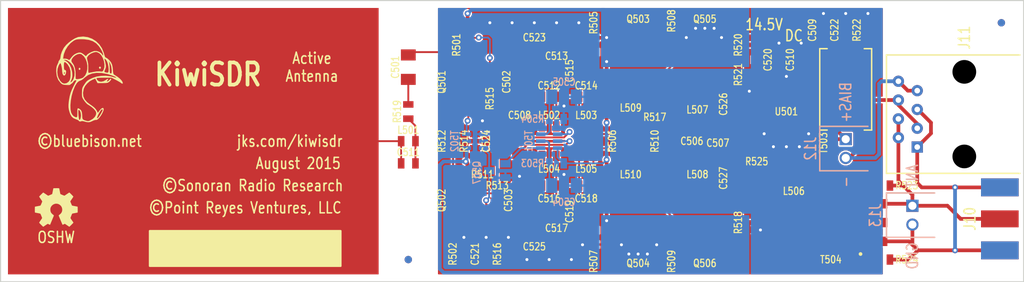
<source format=kicad_pcb>
(kicad_pcb (version 3) (host pcbnew "(2013-mar-25)-stable")
  (layers (15 Top signal hide) (0 Gnd signal) (18 B.Paste user) (19 F.Paste user) (20 B.SilkS user) (21 F.SilkS user) (22 B.Mask user) (23 F.Mask user) (28 Edge.Cuts user))
  (net 0 "")
  (net 1 /14.55)
  (net 2 /ANT2)
  (net 3 /ANT3)
  (net 4 /ANT4)
  (net 5 /B1H)
  (net 6 /B1L)
  (net 7 /B2H)
  (net 8 /B2L)
  (net 9 /BIAS)
  (net 10 /BIAS+)
  (net 11 /BIAS-)
  (net 12 /DCIN)
  (net 13 /E1H)
  (net 14 /E1L)
  (net 15 /E2H)
  (net 16 /E2L)
  (net 17 /EPROBE)
  (net 18 /FB1)
  (net 19 /FB2)
  (net 20 /FB3)
  (net 21 /JHI)
  (net 22 /JLO)
  (net 23 /NF1H)
  (net 24 /NF1L)
  (net 25 /NF2H)
  (net 26 /NF2L)
  (net 27 /NF3H)
  (net 28 /NF3L)
  (net 29 /OUT)
  (net 30 /RX+)
  (net 31 /RX-)
  (net 32 /THI)
  (net 33 /TLO)
  (net 34 /TP)
  (net 35 /VADJ)
  (net 36 GND)
  (module kiwi-MCL_KK81 (layer Top) (at 196 80 90)
    (fp_text reference T504 (at -5 0 180) (layer F.SilkS) (effects (font (size 1 0.8))))
    (fp_text value "DNL T1-6" hide)
    (pad 1 smd rect (at -2.54 -6.03 90) (size 1.27 3.18) (layers Top F.Paste F.Mask) (net 36 GND))
    (pad 2 smd rect (at 0 -6.03 90) (size 1.27 3.18) (layers Top F.Paste F.Mask))
    (pad 3 smd rect (at 2.54 -6.03 90) (size 1.27 3.18) (layers Top F.Paste F.Mask) (net 29 /OUT))
    (pad 4 smd rect (at 2.54 6.03 90) (size 1.27 3.18) (layers Top F.Paste F.Mask) (net 30 /RX+))
    (pad 5 smd rect (at 0 6.03 90) (size 1.27 3.18) (layers Top F.Paste F.Mask))
    (pad 6 smd rect (at -2.54 6.03 90) (size 1.27 3.18) (layers Top F.Paste F.Mask) (net 31 /RX-))
  )
  (module kiwi-RJ45_8 (layer Top) (at 214 65.35 90)
    (fp_text reference J11 (at 10.35 0 90) (layer F.SilkS) (effects (font (size 1.5 1.2) (thickness 0.2))))
    (fp_text value "DNL RJ45" hide)
    (pad Hole np_thru_hole circle (at 5.715 0 90) (size 3.2 3.2) (drill 3.2) (layers *.Mask))
    (pad Hole np_thru_hole circle (at -5.715 0 90) (size 3.2 3.2) (drill 3.2) (layers *.Mask))
    (pad 1 thru_hole rect (at -4.445 -6.35 90) (size 1.524 1.524) (drill 0.76) (layers *.Cu *.Mask) (net 31 /RX-))
    (pad 2 thru_hole circle (at -3.175 -8.89 90) (size 1.524 1.524) (drill 0.76) (layers *.Cu *.Mask) (net 30 /RX+))
    (pad 3 thru_hole circle (at -1.905 -6.35 90) (size 1.524 1.524) (drill 0.76) (layers *.Cu *.Mask) (net 10 /BIAS+))
    (pad 4 thru_hole circle (at -0.635 -8.89 90) (size 1.524 1.524) (drill 0.76) (layers *.Cu *.Mask) (net 30 /RX+))
    (pad 5 thru_hole circle (at 0.635 -6.35 90) (size 1.524 1.524) (drill 0.76) (layers *.Cu *.Mask) (net 31 /RX-))
    (pad 6 thru_hole circle (at 1.905 -8.89 90) (size 1.524 1.524) (drill 0.76) (layers *.Cu *.Mask) (net 10 /BIAS+))
    (pad 7 thru_hole circle (at 3.175 -6.35 90) (size 1.524 1.524) (drill 0.76) (layers *.Cu *.Mask) (net 11 /BIAS-))
    (pad 8 thru_hole circle (at 4.445 -8.89 90) (size 1.524 1.524) (drill 0.76) (layers *.Cu *.Mask) (net 11 /BIAS-))
  )
  (module kiwi-TB_2P_2_54MM (layer Gnd) (at 207 79 270)
    (fp_text reference J13 (at 0 5 270) (layer B.SilkS) (effects (font (size 1.5 1.2) (thickness 0.2)) (justify mirror)))
    (fp_text value TB_2 hide)
    (pad 1 thru_hole rect (at -1.27 0 270) (size 1.65 1.65) (drill 1.1) (layers *.Cu *.Mask) (net 30 /RX+))
    (pad 2 thru_hole circle (at 1.27 0 270) (size 1.65 1.65) (drill 1.1) (layers *.Cu *.Mask) (net 31 /RX-))
  )
  (module kiwi-TB_2P_2_54MM (layer Gnd) (at 198 70 270)
    (fp_text reference J12 (at 0 4.75 270) (layer B.SilkS) (effects (font (size 1.5 1.2) (thickness 0.2)) (justify mirror)))
    (fp_text value "DNL TB_2" hide)
    (pad 1 thru_hole rect (at -1.27 0 270) (size 1.65 1.65) (drill 1.1) (layers *.Cu *.Mask) (net 10 /BIAS+))
    (pad 2 thru_hole circle (at 1.27 0 270) (size 1.65 1.65) (drill 1.1) (layers *.Cu *.Mask) (net 11 /BIAS-))
  )
  (module kiwi-TP_1250 (layer Top) (at 192 53)
    (fp_text reference TP501 hide)
    (fp_text value TEST_POINT hide)
    (pad 1 smd circle (at 0 0) (size 1.25 1.25) (layers Top F.Mask) (net 12 /DCIN))
  )
  (module kiwi-TP_1250 (layer Top) (at 187 55)
    (fp_text reference TP502 hide)
    (fp_text value TEST_POINT hide)
    (pad 1 smd circle (at 0 0) (size 1.25 1.25) (layers Top F.Mask) (net 1 /14.55))
  )
  (module kiwi-SM1812 (layer Top) (at 191 73)
    (fp_text reference L506 (at 0 2.75) (layer F.SilkS) (effects (font (size 1 0.8))))
    (fp_text value 100uH hide)
    (pad 1 smd rect (at -2.125 0) (size 1.55 3.6) (layers Top F.Paste F.Mask) (net 29 /OUT))
    (pad 2 smd rect (at 2.125 0) (size 1.55 3.6) (layers Top F.Paste F.Mask) (net 10 /BIAS+))
  )
  (module kiwi-SM0805 (layer Top) (at 145 81 90)
    (fp_text reference R502 (at -3.25 0 90) (layer F.SilkS) (effects (font (size 1 0.8))))
    (fp_text value 1M hide)
    (pad 1 smd rect (at -0.9652 0 90) (size 0.889 1.397) (layers Top F.Paste F.Mask) (net 36 GND))
    (pad 2 smd rect (at 0.9652 0 90) (size 0.889 1.397) (layers Top F.Paste F.Mask) (net 9 /BIAS))
  )
  (module kiwi-SM0805 (layer Top) (at 164 56 270)
    (fp_text reference R505 (at -3 0 270) (layer F.SilkS) (effects (font (size 1 0.8))))
    (fp_text value 100K hide)
    (pad 1 smd rect (at -0.9652 0 270) (size 0.889 1.397) (layers Top F.Paste F.Mask) (net 1 /14.55))
    (pad 2 smd rect (at 0.9652 0 270) (size 0.889 1.397) (layers Top F.Paste F.Mask) (net 27 /NF3H))
  )
  (module kiwi-SM0805 (layer Top) (at 195 54 90)
    (fp_text reference C509 (at 0 -1.5 90) (layer F.SilkS) (effects (font (size 1 0.8))))
    (fp_text value 100n/100 hide)
    (pad 1 smd rect (at -0.9652 0 90) (size 0.889 1.397) (layers Top F.Paste F.Mask) (net 12 /DCIN))
    (pad 2 smd rect (at 0.9652 0 90) (size 0.889 1.397) (layers Top F.Paste F.Mask) (net 36 GND))
  )
  (module kiwi-SM0805 (layer Top) (at 183 74 90)
    (fp_text reference C527 (at 0 -1.5 90) (layer F.SilkS) (effects (font (size 1 0.8))))
    (fp_text value 1n/100 hide)
    (pad 1 smd rect (at -0.9652 0 90) (size 0.889 1.397) (layers Top F.Paste F.Mask) (net 16 /E2L))
    (pad 2 smd rect (at 0.9652 0 90) (size 0.889 1.397) (layers Top F.Paste F.Mask) (net 29 /OUT))
  )
  (module kiwi-SM0805 (layer Top) (at 183 64 270)
    (fp_text reference C526 (at 0 1.5 270) (layer F.SilkS) (effects (font (size 1 0.8))))
    (fp_text value 1n/100 hide)
    (pad 1 smd rect (at -0.9652 0 270) (size 0.889 1.397) (layers Top F.Paste F.Mask) (net 15 /E2H))
    (pad 2 smd rect (at 0.9652 0 270) (size 0.889 1.397) (layers Top F.Paste F.Mask) (net 29 /OUT))
  )
  (module kiwi-SM0805 (layer Top) (at 156 56.5)
    (fp_text reference C523 (at 0 -1.5) (layer F.SilkS) (effects (font (size 1 0.8))))
    (fp_text value 1n/100 hide)
    (pad 1 smd rect (at -0.9652 0) (size 0.889 1.397) (layers Top F.Paste F.Mask) (net 21 /JHI))
    (pad 2 smd rect (at 0.9652 0) (size 0.889 1.397) (layers Top F.Paste F.Mask) (net 23 /NF1H))
  )
  (module kiwi-SM0805 (layer Top) (at 151 69 270)
    (fp_text reference C524 (at 0 1.5 270) (layer F.SilkS) (effects (font (size 1 0.8))))
    (fp_text value 1n/100 hide)
    (pad 1 smd rect (at -0.9652 0 270) (size 0.889 1.397) (layers Top F.Paste F.Mask) (net 21 /JHI))
    (pad 2 smd rect (at 0.9652 0 270) (size 0.889 1.397) (layers Top F.Paste F.Mask) (net 22 /JLO))
  )
  (module kiwi-SM0805 (layer Top) (at 156 81.5)
    (fp_text reference C525 (at 0 1.75) (layer F.SilkS) (effects (font (size 1 0.8))))
    (fp_text value 1n/100 hide)
    (pad 1 smd rect (at -0.9652 0) (size 0.889 1.397) (layers Top F.Paste F.Mask) (net 22 /JLO))
    (pad 2 smd rect (at 0.9652 0) (size 0.889 1.397) (layers Top F.Paste F.Mask) (net 24 /NF1L))
  )
  (module kiwi-SM0805 (layer Top) (at 186 74 90)
    (fp_text reference R525 (at 2.25 0 180) (layer F.SilkS) (effects (font (size 1 0.8))))
    (fp_text value 1K5 hide)
    (pad 1 smd rect (at -0.9652 0 90) (size 0.889 1.397) (layers Top F.Paste F.Mask) (net 10 /BIAS+))
    (pad 2 smd rect (at 0.9652 0 90) (size 0.889 1.397) (layers Top F.Paste F.Mask) (net 29 /OUT))
  )
  (module kiwi-SM0805 (layer Top) (at 198 54 90)
    (fp_text reference C522 (at 0 -1.5 90) (layer F.SilkS) (effects (font (size 1 0.8))))
    (fp_text value 1n/100 hide)
    (pad 1 smd rect (at -0.9652 0 90) (size 0.889 1.397) (layers Top F.Paste F.Mask) (net 12 /DCIN))
    (pad 2 smd rect (at 0.9652 0 90) (size 0.889 1.397) (layers Top F.Paste F.Mask) (net 36 GND))
  )
  (module kiwi-SM0805 (layer Top) (at 174.5 56 270)
    (fp_text reference R508 (at -3.25 0 270) (layer F.SilkS) (effects (font (size 1 0.8))))
    (fp_text value 470R hide)
    (pad 1 smd rect (at -0.9652 0 270) (size 0.889 1.397) (layers Top F.Paste F.Mask) (net 1 /14.55))
    (pad 2 smd rect (at 0.9652 0 270) (size 0.889 1.397) (layers Top F.Paste F.Mask) (net 13 /E1H))
  )
  (module kiwi-SM0805 (layer Top) (at 203 85 180)
    (fp_text reference R524 (at -3.25 0 180) (layer F.SilkS) (effects (font (size 1 0.8))))
    (fp_text value 0R hide)
    (pad 1 smd rect (at -0.9652 0 180) (size 0.889 1.397) (layers Top F.Paste F.Mask) (net 31 /RX-))
    (pad 2 smd rect (at 0.9652 0 180) (size 0.889 1.397) (layers Top F.Paste F.Mask) (net 36 GND))
  )
  (module kiwi-SM0805 (layer Top) (at 203 75 180)
    (fp_text reference R523 (at -3.25 0 180) (layer F.SilkS) (effects (font (size 1 0.8))))
    (fp_text value 0R hide)
    (pad 1 smd rect (at -0.9652 0 180) (size 0.889 1.397) (layers Top F.Paste F.Mask) (net 30 /RX+))
    (pad 2 smd rect (at 0.9652 0 180) (size 0.889 1.397) (layers Top F.Paste F.Mask) (net 29 /OUT))
  )
  (module kiwi-SM0805 (layer Top) (at 168 69 270)
    (fp_text reference R506 (at 0 1.5 270) (layer F.SilkS) (effects (font (size 1 0.8))))
    (fp_text value 2K2 hide)
    (pad 1 smd rect (at -0.9652 0 270) (size 0.889 1.397) (layers Top F.Paste F.Mask) (net 27 /NF3H))
    (pad 2 smd rect (at 0.9652 0 270) (size 0.889 1.397) (layers Top F.Paste F.Mask) (net 28 /NF3L))
  )
  (module kiwi-SM0805 (layer Top) (at 148 69 90)
    (fp_text reference R514 (at 0 -1.5 90) (layer F.SilkS) (effects (font (size 1 0.8))))
    (fp_text value 100R hide)
    (pad 1 smd rect (at -0.9652 0 90) (size 0.889 1.397) (layers Top F.Paste F.Mask) (net 22 /JLO))
    (pad 2 smd rect (at 0.9652 0 90) (size 0.889 1.397) (layers Top F.Paste F.Mask) (net 21 /JHI))
  )
  (module kiwi-SM0805 (layer Top) (at 139 72)
    (fp_text reference C511 (at 0 -1.5) (layer F.SilkS) (effects (font (size 1 0.8))))
    (fp_text value DNL hide)
    (pad 1 smd rect (at -0.9652 0) (size 0.889 1.397) (layers Top F.Paste F.Mask) (net 17 /EPROBE))
    (pad 2 smd rect (at 0.9652 0) (size 0.889 1.397) (layers Top F.Paste F.Mask) (net 2 /ANT2))
  )
  (module kiwi-SM0805 (layer Top) (at 147 56 270)
    (fp_text reference R501 (at 0 1.5 270) (layer F.SilkS) (effects (font (size 1 0.8))))
    (fp_text value 1M hide)
    (pad 1 smd rect (at -0.9652 0 270) (size 0.889 1.397) (layers Top F.Paste F.Mask) (net 1 /14.55))
    (pad 2 smd rect (at 0.9652 0 270) (size 0.889 1.397) (layers Top F.Paste F.Mask) (net 4 /ANT4))
  )
  (module kiwi-SM0805 (layer Top) (at 158 75)
    (fp_text reference C516 (at 0 1.75) (layer F.SilkS) (effects (font (size 1 0.8))))
    (fp_text value DNL hide)
    (pad 1 smd rect (at -0.9652 0) (size 0.889 1.397) (layers Top F.Paste F.Mask) (net 24 /NF1L))
    (pad 2 smd rect (at 0.9652 0) (size 0.889 1.397) (layers Top F.Paste F.Mask) (net 26 /NF2L))
  )
  (module kiwi-SM0805 (layer Top) (at 163 59)
    (fp_text reference C515 (at -2.25 0.5 90) (layer F.SilkS) (effects (font (size 1 0.8))))
    (fp_text value DNL hide)
    (pad 1 smd rect (at -0.9652 0) (size 0.889 1.397) (layers Top F.Paste F.Mask) (net 25 /NF2H))
    (pad 2 smd rect (at 0.9652 0) (size 0.889 1.397) (layers Top F.Paste F.Mask) (net 27 /NF3H))
  )
  (module kiwi-SM0805 (layer Top) (at 163 63)
    (fp_text reference C514 (at 0 -1.5) (layer F.SilkS) (effects (font (size 1 0.8))))
    (fp_text value DNL hide)
    (pad 1 smd rect (at -0.9652 0) (size 0.889 1.397) (layers Top F.Paste F.Mask) (net 25 /NF2H))
    (pad 2 smd rect (at 0.9652 0) (size 0.889 1.397) (layers Top F.Paste F.Mask) (net 27 /NF3H))
  )
  (module kiwi-SM0805 (layer Top) (at 158 59)
    (fp_text reference C513 (at 1 -1.5) (layer F.SilkS) (effects (font (size 1 0.8))))
    (fp_text value DNL hide)
    (pad 1 smd rect (at -0.9652 0) (size 0.889 1.397) (layers Top F.Paste F.Mask) (net 23 /NF1H))
    (pad 2 smd rect (at 0.9652 0) (size 0.889 1.397) (layers Top F.Paste F.Mask) (net 25 /NF2H))
  )
  (module kiwi-SM0805 (layer Top) (at 158 63)
    (fp_text reference C512 (at 0 -1.5) (layer F.SilkS) (effects (font (size 1 0.8))))
    (fp_text value DNL hide)
    (pad 1 smd rect (at -0.9652 0) (size 0.889 1.397) (layers Top F.Paste F.Mask) (net 23 /NF1H))
    (pad 2 smd rect (at 0.9652 0) (size 0.889 1.397) (layers Top F.Paste F.Mask) (net 25 /NF2H))
  )
  (module kiwi-SM0805 (layer Top) (at 163 71)
    (fp_text reference L505 (at 0 1.75) (layer F.SilkS) (effects (font (size 1 0.8))))
    (fp_text value 0R hide)
    (pad 1 smd rect (at -0.9652 0) (size 0.889 1.397) (layers Top F.Paste F.Mask) (net 26 /NF2L))
    (pad 2 smd rect (at 0.9652 0) (size 0.889 1.397) (layers Top F.Paste F.Mask) (net 28 /NF3L))
  )
  (module kiwi-SM0805 (layer Top) (at 163 67)
    (fp_text reference L503 (at 0 -1.5) (layer F.SilkS) (effects (font (size 1 0.8))))
    (fp_text value 0R hide)
    (pad 1 smd rect (at -0.9652 0) (size 0.889 1.397) (layers Top F.Paste F.Mask) (net 25 /NF2H))
    (pad 2 smd rect (at 0.9652 0) (size 0.889 1.397) (layers Top F.Paste F.Mask) (net 27 /NF3H))
  )
  (module kiwi-SM0805 (layer Top) (at 158 71)
    (fp_text reference L504 (at 0 1.75) (layer F.SilkS) (effects (font (size 1 0.8))))
    (fp_text value 0R hide)
    (pad 1 smd rect (at -0.9652 0) (size 0.889 1.397) (layers Top F.Paste F.Mask) (net 24 /NF1L))
    (pad 2 smd rect (at 0.9652 0) (size 0.889 1.397) (layers Top F.Paste F.Mask) (net 26 /NF2L))
  )
  (module kiwi-SM0805 (layer Top) (at 158 67)
    (fp_text reference L502 (at 0 -1.5) (layer F.SilkS) (effects (font (size 1 0.8))))
    (fp_text value 0R hide)
    (pad 1 smd rect (at -0.9652 0) (size 0.889 1.397) (layers Top F.Paste F.Mask) (net 23 /NF1H))
    (pad 2 smd rect (at 0.9652 0) (size 0.889 1.397) (layers Top F.Paste F.Mask) (net 25 /NF2H))
  )
  (module kiwi-SM0805 (layer Top) (at 139 65 90)
    (fp_text reference R519 (at 0 -1.5 90) (layer F.SilkS) (effects (font (size 1 0.8))))
    (fp_text value 0R hide)
    (pad 1 smd rect (at -0.9652 0 90) (size 0.889 1.397) (layers Top F.Paste F.Mask) (net 2 /ANT2))
    (pad 2 smd rect (at 0.9652 0 90) (size 0.889 1.397) (layers Top F.Paste F.Mask) (net 3 /ANT3))
  )
  (module kiwi-SM0805 (layer Top) (at 139 69 180)
    (fp_text reference L501 (at 0 1.5 180) (layer F.SilkS) (effects (font (size 1 0.8))))
    (fp_text value 0R hide)
    (pad 1 smd rect (at -0.9652 0 180) (size 0.889 1.397) (layers Top F.Paste F.Mask) (net 2 /ANT2))
    (pad 2 smd rect (at 0.9652 0 180) (size 0.889 1.397) (layers Top F.Paste F.Mask) (net 17 /EPROBE))
  )
  (module kiwi-SM0805 (layer Top) (at 145 69 270)
    (fp_text reference R512 (at 0 1.5 270) (layer F.SilkS) (effects (font (size 1 0.8))))
    (fp_text value 0R hide)
    (pad 1 smd rect (at -0.9652 0 270) (size 0.889 1.397) (layers Top F.Paste F.Mask) (net 4 /ANT4))
    (pad 2 smd rect (at 0.9652 0 270) (size 0.889 1.397) (layers Top F.Paste F.Mask) (net 9 /BIAS))
  )
  (module kiwi-SM0805 (layer Top) (at 146 74 180)
    (fp_text reference R511 (at -3 0.5 180) (layer F.SilkS) (effects (font (size 1 0.8))))
    (fp_text value "DNL 1M" hide)
    (pad 1 smd rect (at -0.9652 0 180) (size 0.889 1.397) (layers Top F.Paste F.Mask) (net 1 /14.55))
    (pad 2 smd rect (at 0.9652 0 180) (size 0.889 1.397) (layers Top F.Paste F.Mask) (net 9 /BIAS))
  )
  (module kiwi-SM0805 (layer Top) (at 185 80 270)
    (fp_text reference R518 (at 0 1.5 270) (layer F.SilkS) (effects (font (size 1 0.8))))
    (fp_text value "DNL 0R" hide)
    (pad 1 smd rect (at -0.9652 0 270) (size 0.889 1.397) (layers Top F.Paste F.Mask) (net 16 /E2L))
    (pad 2 smd rect (at 0.9652 0 270) (size 0.889 1.397) (layers Top F.Paste F.Mask) (net 36 GND))
  )
  (module kiwi-SM0805 (layer Gnd) (at 159 72 180)
    (fp_text reference R503 (at 3.25 0 180) (layer B.SilkS) (effects (font (size 1 0.8)) (justify mirror)))
    (fp_text value "DNL 100R" hide)
    (pad 1 smd rect (at -0.9652 0 180) (size 0.889 1.397) (layers Gnd B.Paste B.Mask) (net 1 /14.55))
    (pad 2 smd rect (at 0.9652 0 180) (size 0.889 1.397) (layers Gnd B.Paste B.Mask) (net 33 /TLO))
  )
  (module kiwi-SM0805 (layer Gnd) (at 159 66 180)
    (fp_text reference R504 (at 3.25 0 180) (layer B.SilkS) (effects (font (size 1 0.8)) (justify mirror)))
    (fp_text value "DNL 100R" hide)
    (pad 1 smd rect (at -0.9652 0 180) (size 0.889 1.397) (layers Gnd B.Paste B.Mask) (net 36 GND))
    (pad 2 smd rect (at 0.9652 0 180) (size 0.889 1.397) (layers Gnd B.Paste B.Mask) (net 32 /THI))
  )
  (module kiwi-SM0805 (layer Top) (at 151 77 90)
    (fp_text reference R513 (at 2 0 180) (layer F.SilkS) (effects (font (size 1 0.8))))
    (fp_text value "DNL 0R" hide)
    (pad 1 smd rect (at -0.9652 0 90) (size 0.889 1.397) (layers Top F.Paste F.Mask) (net 19 /FB2))
    (pad 2 smd rect (at 0.9652 0 90) (size 0.889 1.397) (layers Top F.Paste F.Mask) (net 22 /JLO))
  )
  (module kiwi-SM0805 (layer Top) (at 151 81 90)
    (fp_text reference R516 (at -3.25 0 90) (layer F.SilkS) (effects (font (size 1 0.8))))
    (fp_text value 0R hide)
    (pad 1 smd rect (at -0.9652 0 90) (size 0.889 1.397) (layers Top F.Paste F.Mask) (net 36 GND))
    (pad 2 smd rect (at 0.9652 0 90) (size 0.889 1.397) (layers Top F.Paste F.Mask) (net 19 /FB2))
  )
  (module kiwi-SM0805 (layer Top) (at 201 54 90)
    (fp_text reference R522 (at 0 -1.5 90) (layer F.SilkS) (effects (font (size 1 0.8))))
    (fp_text value DNL hide)
    (pad 1 smd rect (at -0.9652 0 90) (size 0.889 1.397) (layers Top F.Paste F.Mask) (net 34 /TP))
    (pad 2 smd rect (at 0.9652 0 90) (size 0.889 1.397) (layers Top F.Paste F.Mask) (net 36 GND))
  )
  (module kiwi-SM0805 (layer Top) (at 174.5 82 270)
    (fp_text reference R509 (at 3.25 0 270) (layer F.SilkS) (effects (font (size 1 0.8))))
    (fp_text value 470R hide)
    (pad 1 smd rect (at -0.9652 0 270) (size 0.889 1.397) (layers Top F.Paste F.Mask) (net 14 /E1L))
    (pad 2 smd rect (at 0.9652 0 270) (size 0.889 1.397) (layers Top F.Paste F.Mask) (net 36 GND))
  )
  (module kiwi-SM0805 (layer Top) (at 169 66 180)
    (fp_text reference R517 (at -3.25 0.25 180) (layer F.SilkS) (effects (font (size 1 0.8))))
    (fp_text value "DNL 47R" hide)
    (pad 1 smd rect (at -0.9652 0 180) (size 0.889 1.397) (layers Top F.Paste F.Mask) (net 13 /E1H))
    (pad 2 smd rect (at 0.9652 0 180) (size 0.889 1.397) (layers Top F.Paste F.Mask) (net 27 /NF3H))
  )
  (module kiwi-SM0805 (layer Top) (at 192 58 90)
    (fp_text reference C510 (at 0 -1.5 90) (layer F.SilkS) (effects (font (size 1 0.8))))
    (fp_text value 10u/25 hide)
    (pad 1 smd rect (at -0.9652 0 90) (size 0.889 1.397) (layers Top F.Paste F.Mask) (net 12 /DCIN))
    (pad 2 smd rect (at 0.9652 0 90) (size 0.889 1.397) (layers Top F.Paste F.Mask) (net 36 GND))
  )
  (module kiwi-SM0805 (layer Top) (at 150 60 270)
    (fp_text reference R515 (at 3.25 0 270) (layer F.SilkS) (effects (font (size 1 0.8))))
    (fp_text value 0R hide)
    (pad 1 smd rect (at -0.9652 0 270) (size 0.889 1.397) (layers Top F.Paste F.Mask) (net 1 /14.55))
    (pad 2 smd rect (at 0.9652 0 270) (size 0.889 1.397) (layers Top F.Paste F.Mask) (net 18 /FB1))
  )
  (module kiwi-SM0805 (layer Top) (at 185 60 90)
    (fp_text reference R521 (at 0 -1.5 90) (layer F.SilkS) (effects (font (size 1 0.8))))
    (fp_text value 1K hide)
    (pad 1 smd rect (at -0.9652 0 90) (size 0.889 1.397) (layers Top F.Paste F.Mask) (net 36 GND))
    (pad 2 smd rect (at 0.9652 0 90) (size 0.889 1.397) (layers Top F.Paste F.Mask) (net 35 /VADJ))
  )
  (module kiwi-SM0805 (layer Top) (at 185 56 270)
    (fp_text reference R520 (at 0 1.5 270) (layer F.SilkS) (effects (font (size 1 0.8))))
    (fp_text value 11K hide)
    (pad 1 smd rect (at -0.9652 0 270) (size 0.889 1.397) (layers Top F.Paste F.Mask) (net 1 /14.55))
    (pad 2 smd rect (at 0.9652 0 270) (size 0.889 1.397) (layers Top F.Paste F.Mask) (net 35 /VADJ))
  )
  (module kiwi-SM0805 (layer Top) (at 189 58 90)
    (fp_text reference C520 (at 0 -1.5 90) (layer F.SilkS) (effects (font (size 1 0.8))))
    (fp_text value 10u/25 hide)
    (pad 1 smd rect (at -0.9652 0 90) (size 0.889 1.397) (layers Top F.Paste F.Mask) (net 1 /14.55))
    (pad 2 smd rect (at 0.9652 0 90) (size 0.889 1.397) (layers Top F.Paste F.Mask) (net 36 GND))
  )
  (module kiwi-SM0805 (layer Top) (at 178 75)
    (fp_text reference L508 (at 0 -1.5) (layer F.SilkS) (effects (font (size 1 0.8))))
    (fp_text value "FB 80Z" hide)
    (pad 1 smd rect (at -0.9652 0) (size 0.889 1.397) (layers Top F.Paste F.Mask) (net 14 /E1L))
    (pad 2 smd rect (at 0.9652 0) (size 0.889 1.397) (layers Top F.Paste F.Mask) (net 8 /B2L))
  )
  (module kiwi-SM0805 (layer Top) (at 178 63)
    (fp_text reference L507 (at 0 1.75) (layer F.SilkS) (effects (font (size 1 0.8))))
    (fp_text value "FB 80Z" hide)
    (pad 1 smd rect (at -0.9652 0) (size 0.889 1.397) (layers Top F.Paste F.Mask) (net 13 /E1H))
    (pad 2 smd rect (at 0.9652 0) (size 0.889 1.397) (layers Top F.Paste F.Mask) (net 7 /B2H))
  )
  (module kiwi-SM0805 (layer Top) (at 169 75)
    (fp_text reference L510 (at 0 -1.5) (layer F.SilkS) (effects (font (size 1 0.8))))
    (fp_text value "FB 80Z" hide)
    (pad 1 smd rect (at -0.9652 0) (size 0.889 1.397) (layers Top F.Paste F.Mask) (net 28 /NF3L))
    (pad 2 smd rect (at 0.9652 0) (size 0.889 1.397) (layers Top F.Paste F.Mask) (net 6 /B1L))
  )
  (module kiwi-SM0805 (layer Top) (at 169 63)
    (fp_text reference L509 (at 0 1.5) (layer F.SilkS) (effects (font (size 1 0.8))))
    (fp_text value "FB 80Z" hide)
    (pad 1 smd rect (at -0.9652 0) (size 0.889 1.397) (layers Top F.Paste F.Mask) (net 27 /NF3H))
    (pad 2 smd rect (at 0.9652 0) (size 0.889 1.397) (layers Top F.Paste F.Mask) (net 5 /B1H))
  )
  (module kiwi-SM0805 (layer Top) (at 163 79)
    (fp_text reference C519 (at -2.25 -0.5 90) (layer F.SilkS) (effects (font (size 1 0.8))))
    (fp_text value DNL hide)
    (pad 1 smd rect (at -0.9652 0) (size 0.889 1.397) (layers Top F.Paste F.Mask) (net 26 /NF2L))
    (pad 2 smd rect (at 0.9652 0) (size 0.889 1.397) (layers Top F.Paste F.Mask) (net 28 /NF3L))
  )
  (module kiwi-SM0805 (layer Top) (at 163 75)
    (fp_text reference C518 (at 0 1.75) (layer F.SilkS) (effects (font (size 1 0.8))))
    (fp_text value DNL hide)
    (pad 1 smd rect (at -0.9652 0) (size 0.889 1.397) (layers Top F.Paste F.Mask) (net 26 /NF2L))
    (pad 2 smd rect (at 0.9652 0) (size 0.889 1.397) (layers Top F.Paste F.Mask) (net 28 /NF3L))
  )
  (module kiwi-SM0805 (layer Top) (at 158 79)
    (fp_text reference C517 (at 1 1.75) (layer F.SilkS) (effects (font (size 1 0.8))))
    (fp_text value DNL hide)
    (pad 1 smd rect (at -0.9652 0) (size 0.889 1.397) (layers Top F.Paste F.Mask) (net 24 /NF1L))
    (pad 2 smd rect (at 0.9652 0) (size 0.889 1.397) (layers Top F.Paste F.Mask) (net 26 /NF2L))
  )
  (module kiwi-SM0805 (layer Top) (at 164 82 270)
    (fp_text reference R507 (at 3.25 0 270) (layer F.SilkS) (effects (font (size 1 0.8))))
    (fp_text value 100K hide)
    (pad 1 smd rect (at -0.9652 0 270) (size 0.889 1.397) (layers Top F.Paste F.Mask) (net 28 /NF3L))
    (pad 2 smd rect (at 0.9652 0 270) (size 0.889 1.397) (layers Top F.Paste F.Mask) (net 36 GND))
  )
  (module kiwi-SM0805 (layer Top) (at 148 81 270)
    (fp_text reference C521 (at 3.25 0 270) (layer F.SilkS) (effects (font (size 1 0.8))))
    (fp_text value "DNL 100n/100" hide)
    (pad 1 smd rect (at -0.9652 0 270) (size 0.889 1.397) (layers Top F.Paste F.Mask) (net 9 /BIAS))
    (pad 2 smd rect (at 0.9652 0 270) (size 0.889 1.397) (layers Top F.Paste F.Mask) (net 36 GND))
  )
  (module kiwi-SM1206 (layer Top) (at 174 69 270)
    (fp_text reference R510 (at 0 1.75 270) (layer F.SilkS) (effects (font (size 1 0.8))))
    (fp_text value 10R/0.66W hide)
    (pad 1 smd rect (at -1.65 0 270) (size 1.5 2) (layers Top F.Paste F.Mask) (net 15 /E2H))
    (pad 2 smd rect (at 1.65 0 270) (size 1.5 2) (layers Top F.Paste F.Mask) (net 16 /E2L))
  )
  (module kiwi-SM1206 (layer Gnd) (at 160 63)
    (fp_text reference C505 (at 0 -2) (layer B.SilkS) (effects (font (size 1 0.8)) (justify mirror)))
    (fp_text value "DNL 470n/100" hide)
    (pad 1 smd rect (at -1.65 0) (size 1.5 2) (layers Gnd B.Paste B.Mask) (net 32 /THI))
    (pad 2 smd rect (at 1.65 0) (size 1.5 2) (layers Gnd B.Paste B.Mask) (net 36 GND))
  )
  (module kiwi-SM1206 (layer Gnd) (at 160 75 180)
    (fp_text reference C504 (at 0 -2.25 180) (layer B.SilkS) (effects (font (size 1 0.8)) (justify mirror)))
    (fp_text value "DNL 470n/100" hide)
    (pad 1 smd rect (at -1.65 0 180) (size 1.5 2) (layers Gnd B.Paste B.Mask) (net 36 GND))
    (pad 2 smd rect (at 1.65 0 180) (size 1.5 2) (layers Gnd B.Paste B.Mask) (net 33 /TLO))
  )
  (module kiwi-SM1206 (layer Top) (at 154 69 270)
    (fp_text reference C508 (at -3.5 0 360) (layer F.SilkS) (effects (font (size 1 0.8))))
    (fp_text value 470n/100 hide)
    (pad 1 smd rect (at -1.65 0 270) (size 1.5 2) (layers Top F.Paste F.Mask) (net 21 /JHI))
    (pad 2 smd rect (at 1.65 0 270) (size 1.5 2) (layers Top F.Paste F.Mask) (net 22 /JLO))
  )
  (module kiwi-SM1206 (layer Top) (at 154 77 90)
    (fp_text reference C503 (at 0 -1.5 90) (layer F.SilkS) (effects (font (size 1 0.8))))
    (fp_text value 470n/100 hide)
    (pad 1 smd rect (at -1.65 0 90) (size 1.5 2) (layers Top F.Paste F.Mask) (net 22 /JLO))
    (pad 2 smd rect (at 1.65 0 90) (size 1.5 2) (layers Top F.Paste F.Mask) (net 24 /NF1L))
  )
  (module kiwi-SM1206 (layer Top) (at 179 71)
    (fp_text reference C507 (at 1.75 -1.75) (layer F.SilkS) (effects (font (size 1 0.8))))
    (fp_text value 470n/100 hide)
    (pad 1 smd rect (at -1.65 0) (size 1.5 2) (layers Top F.Paste F.Mask) (net 16 /E2L))
    (pad 2 smd rect (at 1.65 0) (size 1.5 2) (layers Top F.Paste F.Mask) (net 29 /OUT))
  )
  (module kiwi-SM1206 (layer Top) (at 179 67)
    (fp_text reference C506 (at -1.75 2) (layer F.SilkS) (effects (font (size 1 0.8))))
    (fp_text value 470n/100 hide)
    (pad 1 smd rect (at -1.65 0) (size 1.5 2) (layers Top F.Paste F.Mask) (net 15 /E2H))
    (pad 2 smd rect (at 1.65 0) (size 1.5 2) (layers Top F.Paste F.Mask) (net 29 /OUT))
  )
  (module kiwi-SM1206 (layer Top) (at 154 61 270)
    (fp_text reference C502 (at 0 1.75 270) (layer F.SilkS) (effects (font (size 1 0.8))))
    (fp_text value 470n/100 hide)
    (pad 1 smd rect (at -1.65 0 270) (size 1.5 2) (layers Top F.Paste F.Mask) (net 21 /JHI))
    (pad 2 smd rect (at 1.65 0 270) (size 1.5 2) (layers Top F.Paste F.Mask) (net 23 /NF1H))
  )
  (module kiwi-SM1206 (layer Top) (at 139 59 90)
    (fp_text reference C501 (at 0 -1.75 90) (layer F.SilkS) (effects (font (size 1 0.8))))
    (fp_text value 470n/100 hide)
    (pad 1 smd rect (at -1.65 0 90) (size 1.5 2) (layers Top F.Paste F.Mask) (net 3 /ANT3))
    (pad 2 smd rect (at 1.65 0 90) (size 1.5 2) (layers Top F.Paste F.Mask) (net 4 /ANT4))
  )
  (module kiwi-CMC (layer Top) (at 198 62 270)
    (fp_text reference T503 (at 7.25 3 270) (layer F.SilkS) (effects (font (size 1 0.8))))
    (fp_text value "CMC 2 mH" hide)
    (pad 1 smd rect (at -3.75 -1.27 270) (size 2 1.2) (layers Top F.Paste F.Mask) (net 34 /TP))
    (pad 4 smd rect (at 3.75 -1.27 270) (size 2 1.2) (layers Top F.Paste F.Mask) (net 11 /BIAS-))
    (pad 2 smd rect (at -3.75 1.27 270) (size 2 1.2) (layers Top F.Paste F.Mask) (net 12 /DCIN))
    (pad 3 smd rect (at 3.75 1.27 270) (size 2 1.2) (layers Top F.Paste F.Mask) (net 10 /BIAS+))
  )
  (module kiwi-BNC_SMA_NO_VIP (layer Top) (at 222 79.5 180)
    (fp_text reference J10 (at 7.25 0 270) (layer F.SilkS) (effects (font (size 1.5 1.2) (thickness 0.2))))
    (fp_text value "DNL BNC" hide)
    (pad 1 smd rect (at 3.21 0 180) (size 5.08 2.29) (layers Top F.Mask) (net 30 /RX+))
    (pad 2 smd rect (at 3.21 4.255 180) (size 5.08 2.415) (layers *.Cu *.Mask) (net 31 /RX-))
    (pad 3 smd rect (at 3.21 -4.255 180) (size 5.08 2.415) (layers *.Cu *.Mask) (net 31 /RX-))
  )
  (module kiwi-MCL_KK81 (layer Gnd) (at 158 69 270)
    (fp_text reference T501 (at 0 2.75 270) (layer B.SilkS) (effects (font (size 1 0.8)) (justify mirror)))
    (fp_text value "DNL T-622" hide)
    (pad 1 smd rect (at -0.9398 -1.143 270) (size 0.508 1.27) (layers Gnd B.Paste B.Mask) (net 21 /JHI))
    (pad 2 smd rect (at 0 -1.14 270) (size 0.508 1.27) (layers Gnd B.Paste B.Mask) (net 22 /JLO))
    (pad 3 smd rect (at 0.9398 -1.14 270) (size 0.508 1.27) (layers Gnd B.Paste B.Mask) (net 1 /14.55))
    (pad 4 smd rect (at 0.9398 1.14 270) (size 0.508 1.27) (layers Gnd B.Paste B.Mask) (net 20 /FB3))
    (pad 5 smd rect (at 0 1.14 270) (size 0.508 1.27) (layers Gnd B.Paste B.Mask) (net 33 /TLO))
    (pad 6 smd rect (at -0.9398 1.14 270) (size 0.508 1.27) (layers Gnd B.Paste B.Mask) (net 32 /THI))
  )
  (module kiwi-MCL_KK81 (layer Gnd) (at 148 69 270)
    (fp_text reference T502 (at 0 2.75 270) (layer B.SilkS) (effects (font (size 1 0.8)) (justify mirror)))
    (fp_text value "DNL T1-6" hide)
    (pad 1 smd rect (at -0.9398 -1.143 270) (size 0.508 1.27) (layers Gnd B.Paste B.Mask) (net 36 GND))
    (pad 2 smd rect (at 0 -1.14 270) (size 0.508 1.27) (layers Gnd B.Paste B.Mask))
    (pad 3 smd rect (at 0.9398 -1.14 270) (size 0.508 1.27) (layers Gnd B.Paste B.Mask) (net 19 /FB2))
    (pad 4 smd rect (at 0.9398 1.14 270) (size 0.508 1.27) (layers Gnd B.Paste B.Mask) (net 1 /14.55))
    (pad 5 smd rect (at 0 1.14 270) (size 0.508 1.27) (layers Gnd B.Paste B.Mask))
    (pad 6 smd rect (at -0.9398 1.14 270) (size 0.508 1.27) (layers Gnd B.Paste B.Mask) (net 18 /FB1))
  )
  (module kiwi-OSHW_6MM (layer Top) (at 91.5 78)
    (fp_text reference GFX3 hide)
    (fp_text value OSHW hide)
  )
  (module kiwi-KIWI_10MM (layer Top) (at 96 61)
    (fp_text reference GFX1 hide)
    (fp_text value LOGO hide)
  )
  (module kiwi-SOT223_EBEC (layer Top) (at 170 80 180)
    (fp_text reference Q504 (at 0 -5.5 180) (layer F.SilkS) (effects (font (size 1 0.8))))
    (fp_text value BFG35 hide)
    (pad E1 smd rect (at -2.3 3.05 180) (size 1.2 1.2) (layers Top F.Paste F.Mask) (net 14 /E1L))
    (pad B smd rect (at 0 3.05 180) (size 1.2 1.2) (layers Top F.Paste F.Mask) (net 6 /B1L))
    (pad E2 smd rect (at 2.3 3.05 180) (size 1.2 1.2) (layers Top F.Paste F.Mask) (net 14 /E1L))
    (pad C smd rect (at 0 -3.05 180) (size 3.5 1.2) (layers Top F.Paste F.Mask) (net 1 /14.55))
  )
  (module kiwi-SOT223_EBEC (layer Top) (at 179 58)
    (fp_text reference Q505 (at 0 -5.5) (layer F.SilkS) (effects (font (size 1 0.8))))
    (fp_text value BFG35 hide)
    (pad E1 smd rect (at -2.3 3.05) (size 1.2 1.2) (layers Top F.Paste F.Mask) (net 15 /E2H))
    (pad B smd rect (at 0 3.05) (size 1.2 1.2) (layers Top F.Paste F.Mask) (net 7 /B2H))
    (pad E2 smd rect (at 2.3 3.05) (size 1.2 1.2) (layers Top F.Paste F.Mask) (net 15 /E2H))
    (pad C smd rect (at 0 -3.05) (size 3.5 1.2) (layers Top F.Paste F.Mask) (net 1 /14.55))
  )
  (module kiwi-SOT223_EBEC (layer Top) (at 170 58)
    (fp_text reference Q503 (at 0 -5.5) (layer F.SilkS) (effects (font (size 1 0.8))))
    (fp_text value BFG31 hide)
    (pad E1 smd rect (at -2.3 3.05) (size 1.2 1.2) (layers Top F.Paste F.Mask) (net 13 /E1H))
    (pad B smd rect (at 0 3.05) (size 1.2 1.2) (layers Top F.Paste F.Mask) (net 5 /B1H))
    (pad E2 smd rect (at 2.3 3.05) (size 1.2 1.2) (layers Top F.Paste F.Mask) (net 13 /E1H))
    (pad C smd rect (at 0 -3.05) (size 3.5 1.2) (layers Top F.Paste F.Mask) (net 36 GND))
  )
  (module kiwi-SOT223_EBEC (layer Top) (at 179 80 180)
    (fp_text reference Q506 (at 0 -5.5 180) (layer F.SilkS) (effects (font (size 1 0.8))))
    (fp_text value BFG31 hide)
    (pad E1 smd rect (at -2.3 3.05 180) (size 1.2 1.2) (layers Top F.Paste F.Mask) (net 16 /E2L))
    (pad B smd rect (at 0 3.05 180) (size 1.2 1.2) (layers Top F.Paste F.Mask) (net 8 /B2L))
    (pad E2 smd rect (at 2.3 3.05 180) (size 1.2 1.2) (layers Top F.Paste F.Mask) (net 16 /E2L))
    (pad C smd rect (at 0 -3.05 180) (size 3.5 1.2) (layers Top F.Paste F.Mask) (net 36 GND))
  )
  (module kiwi-SOT23_DGS (layer Top) (at 146 61 90)
    (fp_text reference Q501 (at 0 -2.5 90) (layer F.SilkS) (effects (font (size 1 0.8))))
    (fp_text value J310 hide)
    (pad D smd rect (at -0.94996 1.09982 90) (size 0.99822 1.39954) (layers Top F.Paste F.Mask) (net 18 /FB1))
    (pad S smd rect (at 0.94996 1.09982 90) (size 0.99822 1.39954) (layers Top F.Paste F.Mask) (net 21 /JHI))
    (pad G smd rect (at 0 -1.09982 90) (size 0.99822 1.39954) (layers Top F.Paste F.Mask) (net 4 /ANT4))
  )
  (module kiwi-SOT23_DGS (layer Top) (at 146 77 90)
    (fp_text reference Q502 (at 0 -2.5 90) (layer F.SilkS) (effects (font (size 1 0.8))))
    (fp_text value J271 hide)
    (pad D smd rect (at -0.94996 1.09982 90) (size 0.99822 1.39954) (layers Top F.Paste F.Mask) (net 19 /FB2))
    (pad S smd rect (at 0.94996 1.09982 90) (size 0.99822 1.39954) (layers Top F.Paste F.Mask) (net 22 /JLO))
    (pad G smd rect (at 0 -1.09982 90) (size 0.99822 1.39954) (layers Top F.Paste F.Mask) (net 9 /BIAS))
  )
  (module kiwi-SOT23_DGS (layer Gnd) (at 151 73 270)
    (fp_text reference Q507 (at 0.25 2.75 270) (layer B.SilkS) (effects (font (size 1 0.8)) (justify mirror)))
    (fp_text value "DNL J310" hide)
    (pad D smd rect (at -0.94996 -1.09982 270) (size 0.99822 1.39954) (layers Gnd B.Paste B.Mask) (net 20 /FB3))
    (pad S smd rect (at 0.94996 -1.09982 270) (size 0.99822 1.39954) (layers Gnd B.Paste B.Mask) (net 36 GND))
    (pad G smd rect (at 0 1.09982 270) (size 0.99822 1.39954) (layers Gnd B.Paste B.Mask) (net 19 /FB2))
  )
  (module kiwi-FIDUCIAL_2_SIDE (layer Top) (at 139 85)
    (fp_text reference FID1 hide)
    (fp_text value FIDUCIAL hide)
    (pad 1 smd circle (at 0 0) (size 1 1) (layers *.Cu *.Mask) (clearance 1))
  )
  (module kiwi-FIDUCIAL_2_SIDE (layer Top) (at 219 53)
    (fp_text reference FID2 hide)
    (fp_text value FIDUCIAL hide)
    (pad 1 smd circle (at 0 0) (size 1 1) (layers *.Cu *.Mask) (clearance 1))
  )
  (module kiwi-E_FIELD_PROBE (layer Top) (at 110 69 90)
    (fp_text reference EP501 hide)
    (fp_text value E_FIELD_PROBE hide)
    (pad 1 smd rect (at 0 0 90) (size 36 50) (layers Top) (net 17 /EPROBE))
  )
  (module kiwi-SOT223_6 (layer Top) (at 190 65 180)
    (fp_text reference U501 (at 0 0 180) (layer F.SilkS) (effects (font (size 1 0.8))))
    (fp_text value TPS7A4501 hide)
    (pad 1 smd rect (at -2.54 3 180) (size 0.51 2.11) (layers Top F.Paste F.Mask) (net 12 /DCIN))
    (pad 2 smd rect (at -1.27 3 180) (size 0.51 2.11) (layers Top F.Paste F.Mask) (net 12 /DCIN))
    (pad 3 smd rect (at 0 3 180) (size 0.51 2.11) (layers Top F.Paste F.Mask) (net 36 GND))
    (pad 4 smd rect (at 1.27 3 180) (size 0.51 2.11) (layers Top F.Paste F.Mask) (net 1 /14.55))
    (pad 5 smd rect (at 2.54 3 180) (size 0.51 2.11) (layers Top F.Paste F.Mask) (net 35 /VADJ))
    (pad TAB smd rect (at 0 -3 180) (size 4.72 2.11) (layers Top F.Paste F.Mask) (net 36 GND))
  )
  (gr_text "©Point Reyes Ventures, LLC" (at 117 78) (layer F.SilkS) (effects (font (size 1.5 1.2) (thickness 0.2))))
  (gr_text - (at 198 74.5 90) (layer B.SilkS) (effects (font (size 1.5 1.2) (thickness 0.2)) (justify mirror)))
  (gr_text BIAS+ (at 198 63.75 90) (layer B.SilkS) (effects (font (size 1.5 1.2) (thickness 0.2)) (justify mirror)))
  (gr_text GND (at 207 84.5 90) (layer B.SilkS) (effects (font (size 1.5 1.2) (thickness 0.2)) (justify mirror)))
  (gr_text ANT (at 207 73.75 90) (layer B.SilkS) (effects (font (size 1.5 1.2) (thickness 0.2)) (justify mirror)))
  (gr_text 14.5V (at 187 53.25) (layer F.SilkS) (effects (font (size 1.5 1.2) (thickness 0.2))))
  (gr_text DC (at 191 54.75) (layer F.SilkS) (effects (font (size 1.5 1.2) (thickness 0.2))))
  (gr_text jks.com/kiwisdr (at 123 69) (layer F.SilkS) (effects (font (size 1.5 1.2) (thickness 0.2))))
  (gr_text "August 2015" (at 130 72) (layer F.SilkS) (effects (font (size 1.5 1.2) (thickness 0.2)) (justify right)))
  (gr_text "©Sonoran Radio Research" (at 118 75) (layer F.SilkS) (effects (font (size 1.5 1.2) (thickness 0.2))))
  (gr_text "Active\nAntenna" (at 126 59) (layer F.SilkS) (effects (font (size 1.5 1.2) (thickness 0.2))))
  (gr_text ©bluebison.net (at 96 69) (layer F.SilkS) (effects (font (size 1.5 1.2) (thickness 0.2))))
  (gr_text KiwiSDR (at 112 60) (layer F.SilkS) (effects (font (size 3 2.4) (thickness 0.5))))
  (gr_text OSHW (at 91.5 82) (layer F.SilkS) (effects (font (size 1.5 1.2) (thickness 0.2))))
  (gr_line (start 84 50) (end 222 50) (angle 90) (layer Edge.Cuts) (width 0.15))
  (gr_line (start 222 50) (end 222 88) (angle 90) (layer Edge.Cuts) (width 0.15))
  (gr_line (start 222 88) (end 84 88) (angle 90) (layer Edge.Cuts) (width 0.15))
  (gr_line (start 84 88) (end 84 50) (angle 90) (layer Edge.Cuts) (width 0.15))
  (segment (start 188.73 62) (end 188.73 59.2352) (width 0.5) (layer Top) (net 1))
  (segment (start 188.73 59.2352) (end 189 58.9652) (width 0.5) (layer Top) (net 1))
  (segment (start 147 55.0348) (end 148.4652 55.0348) (width 0.25) (layer Top) (net 1))
  (segment (start 150 59) (end 150 59.0348) (width 0.25) (layer Top) (net 1))
  (segment (start 150 57.75) (end 150 59) (width 0.25) (layer Top) (net 1))
  (via (at 150 57.75) (size 0.8) (layers Top Gnd) (net 1))
  (segment (start 150 55.25) (end 150 57.75) (width 0.25) (layer Gnd) (net 1))
  (segment (start 149.75 55) (end 150 55.25) (width 0.25) (layer Gnd) (net 1))
  (segment (start 148.5 55) (end 149.75 55) (width 0.25) (layer Gnd) (net 1))
  (via (at 148.5 55) (size 0.8) (layers Top Gnd) (net 1))
  (segment (start 148.4652 55.0348) (end 148.5 55) (width 0.25) (layer Top) (net 1))
  (segment (start 147 55.0348) (end 147 51.75) (width 0.5) (layer Top) (net 1))
  (segment (start 147.5 51.25) (end 165.5 51.25) (width 0.5) (layer Gnd) (net 1))
  (segment (start 147 51.75) (end 147.5 51.25) (width 0.5) (layer Gnd) (net 1))
  (via (at 147 51.75) (size 0.8) (layers Top Gnd) (net 1))
  (segment (start 165.75 71.5) (end 165.75 79.75) (width 0.5) (layer Top) (net 1))
  (via (at 165.75 71.5) (size 0.8) (layers Top Gnd) (net 1))
  (via (at 165.75 79.75) (size 0.8) (layers Top Gnd) (net 1))
  (segment (start 170 83.05) (end 167.8 83.05) (width 0.3) (layer Top) (net 1))
  (via (at 167.75 83) (size 0.8) (layers Top Gnd) (net 1))
  (segment (start 167.8 83.05) (end 167.75 83) (width 0.3) (layer Top) (net 1))
  (segment (start 170 83.05) (end 172.45 83.05) (width 0.3) (layer Top) (net 1))
  (via (at 172.5 83) (size 0.8) (layers Top Gnd) (net 1))
  (segment (start 172.45 83.05) (end 172.5 83) (width 0.3) (layer Top) (net 1))
  (segment (start 170 83.05) (end 169.2 83.05) (width 0.3) (layer Top) (net 1))
  (via (at 168.75 84.25) (size 0.8) (layers Top Gnd) (net 1))
  (segment (start 168.75 83.5) (end 168.75 84.25) (width 0.3) (layer Top) (net 1))
  (segment (start 169.2 83.05) (end 168.75 83.5) (width 0.3) (layer Top) (net 1))
  (segment (start 170 83.05) (end 170.8 83.05) (width 0.3) (layer Top) (net 1))
  (via (at 171.25 84.25) (size 0.8) (layers Top Gnd) (net 1))
  (segment (start 171.25 83.5) (end 171.25 84.25) (width 0.3) (layer Top) (net 1))
  (segment (start 170.8 83.05) (end 171.25 83.5) (width 0.3) (layer Top) (net 1))
  (segment (start 170 83.05) (end 170 84.25) (width 0.3) (layer Top) (net 1))
  (via (at 170 84.25) (size 0.8) (layers Top Gnd) (net 1))
  (segment (start 179 54.95) (end 179.8 54.95) (width 0.3) (layer Top) (net 1))
  (via (at 180.25 53.75) (size 0.8) (layers Top Gnd) (net 1))
  (segment (start 180.25 54.5) (end 180.25 53.75) (width 0.3) (layer Top) (net 1))
  (segment (start 179.8 54.95) (end 180.25 54.5) (width 0.3) (layer Top) (net 1))
  (segment (start 179 54.95) (end 178.2 54.95) (width 0.3) (layer Top) (net 1))
  (via (at 177.75 53.75) (size 0.8) (layers Top Gnd) (net 1))
  (segment (start 177.75 54.5) (end 177.75 53.75) (width 0.3) (layer Top) (net 1))
  (segment (start 178.2 54.95) (end 177.75 54.5) (width 0.3) (layer Top) (net 1))
  (segment (start 179 54.95) (end 179 53.75) (width 0.3) (layer Top) (net 1))
  (via (at 179 53.75) (size 0.8) (layers Top Gnd) (net 1))
  (segment (start 174.5 55.0348) (end 176.4652 55.0348) (width 0.25) (layer Top) (net 1))
  (segment (start 176.55 54.95) (end 176.5 55) (width 0.25) (layer Top) (net 1))
  (via (at 176.5 55) (size 0.8) (layers Top Gnd) (net 1))
  (segment (start 176.55 54.95) (end 179 54.95) (width 0.3) (layer Top) (net 1))
  (segment (start 176.4652 55.0348) (end 176.5 55) (width 0.25) (layer Top) (net 1))
  (segment (start 165.75 71.5) (end 165.75 66.5) (width 0.5) (layer Gnd) (net 1))
  (via (at 165.75 58.25) (size 0.8) (layers Top Gnd) (net 1))
  (segment (start 165.75 66.5) (end 165.75 58.25) (width 0.5) (layer Top) (net 1))
  (via (at 165.75 66.5) (size 0.8) (layers Top Gnd) (net 1))
  (segment (start 164 55.0348) (end 165.7152 55.0348) (width 0.5) (layer Top) (net 1))
  (via (at 165.75 55) (size 0.8) (layers Top Gnd) (net 1))
  (segment (start 165.7152 55.0348) (end 165.75 55) (width 0.5) (layer Top) (net 1))
  (segment (start 181.25 55) (end 185 55) (width 0.5) (layer Top) (net 1))
  (segment (start 185 55) (end 185 55.0348) (width 0.5) (layer Top) (net 1))
  (segment (start 179 54.95) (end 181.2 54.95) (width 0.3) (layer Top) (net 1))
  (via (at 181.25 55) (size 0.8) (layers Top Gnd) (net 1))
  (segment (start 181.2 54.95) (end 181.25 55) (width 0.5) (layer Top) (net 1))
  (segment (start 146.86 69.9398) (end 146.86 71.64) (width 0.5) (layer Gnd) (net 1))
  (segment (start 146.86 71.64) (end 146.75 71.75) (width 0.5) (layer Gnd) (net 1))
  (segment (start 143.25 72.25) (end 143.75 71.75) (width 0.5) (layer Gnd) (net 1))
  (segment (start 143.75 71.75) (end 146.75 71.75) (width 0.5) (layer Gnd) (net 1))
  (segment (start 143.25 86.25) (end 143.25 72.25) (width 0.5) (layer Gnd) (net 1))
  (segment (start 143.75 86.75) (end 143.25 86.25) (width 0.5) (layer Gnd) (net 1))
  (segment (start 165.25 86.75) (end 143.75 86.75) (width 0.5) (layer Gnd) (net 1))
  (segment (start 146.9652 71.9652) (end 146.9652 74) (width 0.5) (layer Top) (net 1))
  (segment (start 146.75 71.75) (end 146.9652 71.9652) (width 0.5) (layer Top) (net 1))
  (via (at 146.75 71.75) (size 0.8) (layers Top Gnd) (net 1))
  (segment (start 159.14 69.9398) (end 159.14 71.1748) (width 0.25) (layer Gnd) (net 1))
  (segment (start 159.14 71.1748) (end 159.9652 72) (width 0.25) (layer Gnd) (net 1))
  (segment (start 159.9652 72) (end 165.25 72) (width 0.25) (layer Gnd) (net 1))
  (segment (start 165.25 72) (end 165.75 71.5) (width 0.25) (layer Gnd) (net 1))
  (segment (start 187 55) (end 185.0348 55) (width 0.5) (layer Top) (net 1))
  (segment (start 185.0348 55) (end 185 55.0348) (width 0.5) (layer Top) (net 1))
  (segment (start 189 58.9652) (end 187.4652 58.9652) (width 0.5) (layer Top) (net 1))
  (segment (start 187 58.5) (end 187 55) (width 0.5) (layer Top) (net 1))
  (segment (start 187.4652 58.9652) (end 187 58.5) (width 0.5) (layer Top) (net 1))
  (segment (start 139.9652 72) (end 139.9652 69) (width 0.25) (layer Top) (net 2))
  (segment (start 139.9652 69) (end 139.9652 66.9304) (width 0.25) (layer Top) (net 2))
  (segment (start 139.9652 66.9304) (end 139 65.9652) (width 0.25) (layer Top) (net 2))
  (segment (start 139 60.65) (end 139 64.0348) (width 0.25) (layer Top) (net 3))
  (segment (start 147 56.9652) (end 144.0348 56.9652) (width 0.25) (layer Top) (net 4))
  (segment (start 144 57) (end 144 56.9652) (width 0.25) (layer Top) (net 4))
  (segment (start 144.0348 56.9652) (end 144 57) (width 0.25) (layer Top) (net 4))
  (segment (start 144 56.9652) (end 144 56.9652) (width 0.25) (layer Top) (net 4))
  (segment (start 144 56.9652) (end 139.3848 56.9652) (width 0.25) (layer Top) (net 4))
  (segment (start 139.3848 56.9652) (end 139 57.35) (width 0.25) (layer Top) (net 4))
  (segment (start 144.90018 61) (end 144.90018 57.86538) (width 0.25) (layer Top) (net 4))
  (segment (start 144.90018 57.86538) (end 144 56.9652) (width 0.25) (layer Top) (net 4))
  (segment (start 145 68.0348) (end 145 61.09982) (width 0.25) (layer Top) (net 4))
  (segment (start 145 61.09982) (end 144.90018 61) (width 0.25) (layer Top) (net 4))
  (segment (start 169.9652 63) (end 169.9652 61.0848) (width 0.25) (layer Top) (net 5))
  (segment (start 169.9652 61.0848) (end 170 61.05) (width 0.25) (layer Top) (net 5))
  (segment (start 169.9652 75) (end 169.9652 76.9152) (width 0.25) (layer Top) (net 6))
  (segment (start 169.9652 76.9152) (end 170 76.95) (width 0.25) (layer Top) (net 6))
  (segment (start 178.9652 63) (end 178.9652 61.0848) (width 0.25) (layer Top) (net 7))
  (segment (start 178.9652 61.0848) (end 179 61.05) (width 0.25) (layer Top) (net 7))
  (segment (start 178.9652 75) (end 178.9652 76.9152) (width 0.25) (layer Top) (net 8))
  (segment (start 178.9652 76.9152) (end 179 76.95) (width 0.25) (layer Top) (net 8))
  (segment (start 145.0348 74) (end 145.0348 76.86538) (width 0.25) (layer Top) (net 9))
  (segment (start 145.0348 76.86538) (end 144.90018 77) (width 0.25) (layer Top) (net 9))
  (segment (start 145.0348 74) (end 145.0348 70) (width 0.25) (layer Top) (net 9))
  (segment (start 145.0348 70) (end 145 69.9652) (width 0.25) (layer Top) (net 9))
  (segment (start 145 76.90018) (end 144.90018 77) (width 0.25) (layer Top) (net 9))
  (segment (start 145 80.0348) (end 145 77.09982) (width 0.25) (layer Top) (net 9))
  (segment (start 145 77.09982) (end 144.90018 77) (width 0.25) (layer Top) (net 9))
  (segment (start 148 80.0348) (end 145 80.0348) (width 0.25) (layer Top) (net 9))
  (segment (start 198 68.73) (end 196.27 68.73) (width 0.5) (layer Top) (net 10))
  (segment (start 195 73) (end 193.125 73) (width 0.5) (layer Top) (net 10))
  (segment (start 195.5 72.5) (end 195 73) (width 0.5) (layer Top) (net 10))
  (segment (start 195.5 69.5) (end 195.5 72.5) (width 0.5) (layer Top) (net 10))
  (segment (start 196.27 68.73) (end 195.5 69.5) (width 0.5) (layer Top) (net 10))
  (segment (start 186 74.9652) (end 186.4652 74.9652) (width 0.25) (layer Top) (net 10))
  (segment (start 186.4652 74.9652) (end 187.25 75.75) (width 0.25) (layer Top) (net 10))
  (segment (start 187.25 75.75) (end 190.75 75.75) (width 0.25) (layer Top) (net 10))
  (segment (start 190.75 75.75) (end 191 75.5) (width 0.25) (layer Top) (net 10))
  (segment (start 191 75.5) (end 191 73.25) (width 0.25) (layer Top) (net 10))
  (segment (start 191 73.25) (end 191.25 73) (width 0.25) (layer Top) (net 10))
  (segment (start 191.25 73) (end 193.125 73) (width 0.25) (layer Top) (net 10))
  (segment (start 205.11 63.445) (end 197.305 63.445) (width 0.5) (layer Top) (net 10))
  (segment (start 196.73 64.02) (end 196.73 65.75) (width 0.5) (layer Top) (net 10))
  (segment (start 197.305 63.445) (end 196.73 64.02) (width 0.5) (layer Top) (net 10))
  (segment (start 207.65 67.255) (end 207.65 66.65) (width 0.5) (layer Top) (net 10))
  (segment (start 205.11 64.11) (end 205.11 63.445) (width 0.5) (layer Top) (net 10))
  (segment (start 207.65 66.65) (end 205.11 64.11) (width 0.5) (layer Top) (net 10))
  (segment (start 196.73 65.75) (end 196.73 67.46) (width 0.5) (layer Top) (net 10))
  (segment (start 196.73 67.46) (end 198 68.73) (width 0.5) (layer Top) (net 10))
  (segment (start 205.11 60.905) (end 202.845 60.905) (width 0.5) (layer Gnd) (net 11))
  (segment (start 202.5 61.25) (end 202.5 70.75) (width 0.5) (layer Gnd) (net 11))
  (segment (start 202.5 70.75) (end 201.98 71.27) (width 0.5) (layer Gnd) (net 11))
  (segment (start 201.98 71.27) (end 198 71.27) (width 0.5) (layer Gnd) (net 11))
  (segment (start 202.845 60.905) (end 202.5 61.25) (width 0.5) (layer Gnd) (net 11))
  (segment (start 199.27 65.75) (end 199.27 66.27) (width 0.5) (layer Top) (net 11))
  (segment (start 198.48 71.27) (end 198 71.27) (width 0.5) (layer Top) (net 11))
  (segment (start 199.75 70) (end 198.48 71.27) (width 0.5) (layer Top) (net 11))
  (segment (start 199.75 66.75) (end 199.75 70) (width 0.5) (layer Top) (net 11))
  (segment (start 199.27 66.27) (end 199.75 66.75) (width 0.5) (layer Top) (net 11))
  (segment (start 207.65 62.175) (end 206.38 62.175) (width 0.5) (layer Top) (net 11))
  (segment (start 206.38 62.175) (end 205.11 60.905) (width 0.5) (layer Top) (net 11))
  (segment (start 192.54 62) (end 192.54 59.5052) (width 0.5) (layer Top) (net 12))
  (segment (start 192.54 59.5052) (end 192 58.9652) (width 0.5) (layer Top) (net 12))
  (segment (start 191.27 62) (end 191.27 59.6952) (width 0.5) (layer Top) (net 12))
  (segment (start 191.27 59.6952) (end 192 58.9652) (width 0.5) (layer Top) (net 12))
  (segment (start 195 54.9652) (end 193.9652 54.9652) (width 0.25) (layer Top) (net 12))
  (segment (start 193.9652 54.9652) (end 192 53) (width 0.25) (layer Top) (net 12))
  (segment (start 195 54.9652) (end 195 56.25) (width 0.5) (layer Top) (net 12))
  (segment (start 193.5348 58.9652) (end 192 58.9652) (width 0.5) (layer Top) (net 12))
  (segment (start 194 58.5) (end 193.5348 58.9652) (width 0.5) (layer Top) (net 12))
  (segment (start 194 57.25) (end 194 58.5) (width 0.5) (layer Top) (net 12))
  (segment (start 195 56.25) (end 194 57.25) (width 0.5) (layer Top) (net 12))
  (segment (start 198 54.9652) (end 195 54.9652) (width 0.5) (layer Top) (net 12))
  (segment (start 196.73 58.25) (end 196.73 56.2352) (width 0.5) (layer Top) (net 12))
  (segment (start 196.73 56.2352) (end 198 54.9652) (width 0.5) (layer Top) (net 12))
  (segment (start 172.3 61.05) (end 171 59.75) (width 0.25) (layer Top) (net 13))
  (segment (start 169 59.75) (end 167.7 61.05) (width 0.25) (layer Top) (net 13))
  (segment (start 171 59.75) (end 169 59.75) (width 0.25) (layer Top) (net 13))
  (segment (start 174.5 56.9652) (end 174.5 58.85) (width 0.25) (layer Top) (net 13))
  (segment (start 174.5 58.85) (end 172.3 61.05) (width 0.25) (layer Top) (net 13))
  (segment (start 177.0348 63) (end 174.25 63) (width 0.25) (layer Top) (net 13))
  (segment (start 174.25 63) (end 172.3 61.05) (width 0.25) (layer Top) (net 13))
  (segment (start 169.9652 66) (end 169.9652 64.7152) (width 0.25) (layer Top) (net 13))
  (segment (start 169.9652 64.7152) (end 169.75 64.5) (width 0.25) (layer Top) (net 13))
  (segment (start 169.75 64.5) (end 169.25 64.5) (width 0.25) (layer Top) (net 13))
  (segment (start 169.25 64.5) (end 169 64.25) (width 0.25) (layer Top) (net 13))
  (segment (start 169 64.25) (end 169 61.25) (width 0.25) (layer Top) (net 13))
  (segment (start 169 61.25) (end 168.8 61.05) (width 0.25) (layer Top) (net 13))
  (segment (start 168.8 61.05) (end 167.7 61.05) (width 0.25) (layer Top) (net 13))
  (segment (start 174.5 81.0348) (end 174.5 79.15) (width 0.25) (layer Top) (net 14))
  (segment (start 174.5 79.15) (end 172.3 76.95) (width 0.25) (layer Top) (net 14))
  (segment (start 177.0348 75) (end 174.25 75) (width 0.25) (layer Top) (net 14))
  (segment (start 174.25 75) (end 172.3 76.95) (width 0.25) (layer Top) (net 14))
  (segment (start 167.7 76.95) (end 169 78.25) (width 0.25) (layer Top) (net 14))
  (segment (start 171 78.25) (end 172.3 76.95) (width 0.25) (layer Top) (net 14))
  (segment (start 169 78.25) (end 171 78.25) (width 0.25) (layer Top) (net 14))
  (segment (start 181.3 61.05) (end 181.3 61.3348) (width 0.25) (layer Top) (net 15))
  (segment (start 181.3 61.3348) (end 183 63.0348) (width 0.25) (layer Top) (net 15))
  (segment (start 181.3 61.05) (end 180 59.75) (width 0.25) (layer Top) (net 15))
  (segment (start 178 59.75) (end 176.7 61.05) (width 0.25) (layer Top) (net 15))
  (segment (start 180 59.75) (end 178 59.75) (width 0.25) (layer Top) (net 15))
  (segment (start 177.35 67) (end 177.35 65.15) (width 0.25) (layer Top) (net 15))
  (segment (start 177.35 65.15) (end 178 64.5) (width 0.25) (layer Top) (net 15))
  (segment (start 178 64.5) (end 178 61.25) (width 0.25) (layer Top) (net 15))
  (segment (start 178 61.25) (end 177.8 61.05) (width 0.25) (layer Top) (net 15))
  (segment (start 177.8 61.05) (end 176.7 61.05) (width 0.25) (layer Top) (net 15))
  (segment (start 174 67.35) (end 177 67.35) (width 0.25) (layer Top) (net 15))
  (segment (start 177 67.35) (end 177.35 67) (width 0.25) (layer Top) (net 15))
  (segment (start 177.35 71) (end 177.35 72.85) (width 0.25) (layer Top) (net 16))
  (segment (start 177.8 76.95) (end 176.7 76.95) (width 0.25) (layer Top) (net 16))
  (segment (start 178 76.75) (end 177.8 76.95) (width 0.25) (layer Top) (net 16))
  (segment (start 178 73.5) (end 178 76.75) (width 0.25) (layer Top) (net 16))
  (segment (start 177.35 72.85) (end 178 73.5) (width 0.25) (layer Top) (net 16))
  (segment (start 181.3 76.95) (end 182.9152 76.95) (width 0.25) (layer Top) (net 16))
  (segment (start 182.9152 76.95) (end 185 79.0348) (width 0.25) (layer Top) (net 16))
  (segment (start 181.3 76.95) (end 181.3 76.6652) (width 0.25) (layer Top) (net 16))
  (segment (start 181.3 76.6652) (end 183 74.9652) (width 0.25) (layer Top) (net 16))
  (segment (start 176.7 76.95) (end 178 78.25) (width 0.25) (layer Top) (net 16))
  (segment (start 178 78.25) (end 180 78.25) (width 0.25) (layer Top) (net 16))
  (segment (start 180 78.25) (end 181.3 76.95) (width 0.25) (layer Top) (net 16))
  (segment (start 174 70.65) (end 177 70.65) (width 0.25) (layer Top) (net 16))
  (segment (start 177 70.65) (end 177.35 71) (width 0.25) (layer Top) (net 16))
  (segment (start 138.0348 69) (end 110 69) (width 0.25) (layer Top) (net 17))
  (segment (start 138.0348 72) (end 138.0348 69) (width 0.25) (layer Top) (net 17))
  (segment (start 147.09982 61.94996) (end 147.09982 66.15018) (width 0.25) (layer Top) (net 18))
  (segment (start 146.86 66.39) (end 146.86 68.0602) (width 0.25) (layer Gnd) (net 18))
  (segment (start 147 66.25) (end 146.86 66.39) (width 0.25) (layer Gnd) (net 18))
  (via (at 147 66.25) (size 0.8) (drill 0.4) (layers Top Gnd) (net 18))
  (segment (start 147.09982 66.15018) (end 147 66.25) (width 0.25) (layer Top) (net 18))
  (segment (start 147.09982 61.94996) (end 149.01524 61.94996) (width 0.25) (layer Top) (net 18))
  (segment (start 149.01524 61.94996) (end 150 60.9652) (width 0.25) (layer Top) (net 18))
  (segment (start 149.90018 73) (end 149.90018 76.59982) (width 0.25) (layer Gnd) (net 19))
  (segment (start 149.9652 77.9652) (end 151 77.9652) (width 0.25) (layer Top) (net 19))
  (segment (start 149.5 77.5) (end 149.9652 77.9652) (width 0.25) (layer Top) (net 19))
  (segment (start 149.5 77) (end 149.5 77.5) (width 0.25) (layer Top) (net 19))
  (via (at 149.5 77) (size 0.8) (drill 0.4) (layers Top Gnd) (net 19))
  (segment (start 149.90018 76.59982) (end 149.5 77) (width 0.25) (layer Gnd) (net 19))
  (segment (start 151 77.9652) (end 147.11506 77.9652) (width 0.25) (layer Top) (net 19))
  (segment (start 147.11506 77.9652) (end 147.09982 77.94996) (width 0.25) (layer Top) (net 19))
  (segment (start 151 80.0348) (end 151 77.9652) (width 0.25) (layer Top) (net 19))
  (segment (start 149.90018 73) (end 149.90018 70.69998) (width 0.25) (layer Gnd) (net 19))
  (segment (start 149.90018 70.69998) (end 149.14 69.9398) (width 0.25) (layer Gnd) (net 19))
  (segment (start 156.86 69.9398) (end 154.21006 69.9398) (width 0.25) (layer Gnd) (net 20))
  (segment (start 154.21006 69.9398) (end 152.09982 72.05004) (width 0.25) (layer Gnd) (net 20))
  (segment (start 154 67.35) (end 154 65.25) (width 0.25) (layer Top) (net 21))
  (segment (start 154 60.75) (end 154 59.35) (width 0.25) (layer Top) (net 21))
  (segment (start 153.75 61) (end 154 60.75) (width 0.25) (layer Top) (net 21))
  (segment (start 152.5 61) (end 153.75 61) (width 0.25) (layer Top) (net 21))
  (segment (start 152.25 61.25) (end 152.5 61) (width 0.25) (layer Top) (net 21))
  (segment (start 152.25 64.75) (end 152.25 61.25) (width 0.25) (layer Top) (net 21))
  (segment (start 152.5 65) (end 152.25 64.75) (width 0.25) (layer Top) (net 21))
  (segment (start 153.75 65) (end 152.5 65) (width 0.25) (layer Top) (net 21))
  (segment (start 154 65.25) (end 153.75 65) (width 0.25) (layer Top) (net 21))
  (segment (start 155.0348 56.5) (end 155.0348 58.3152) (width 0.25) (layer Top) (net 21))
  (segment (start 155.0348 58.3152) (end 154 59.35) (width 0.25) (layer Top) (net 21))
  (segment (start 147.09982 60.05004) (end 153.29996 60.05004) (width 0.25) (layer Top) (net 21))
  (segment (start 153.29996 60.05004) (end 154 59.35) (width 0.25) (layer Top) (net 21))
  (segment (start 154 67.35) (end 154 67.5) (width 0.25) (layer Top) (net 21))
  (segment (start 160.4398 68.0602) (end 159.143 68.0602) (width 0.25) (layer Gnd) (net 21))
  (segment (start 160.75 67.75) (end 160.4398 68.0602) (width 0.25) (layer Gnd) (net 21))
  (via (at 160.75 67.75) (size 0.8) (drill 0.4) (layers Top Gnd) (net 21))
  (segment (start 160 68.5) (end 160.75 67.75) (width 0.25) (layer Top) (net 21))
  (segment (start 155 68.5) (end 160 68.5) (width 0.25) (layer Top) (net 21))
  (segment (start 154 67.5) (end 155 68.5) (width 0.25) (layer Top) (net 21))
  (segment (start 151 68.0348) (end 153.3152 68.0348) (width 0.25) (layer Top) (net 21))
  (segment (start 153.3152 68.0348) (end 154 67.35) (width 0.25) (layer Top) (net 21))
  (segment (start 148 68.0348) (end 151 68.0348) (width 0.25) (layer Top) (net 21))
  (segment (start 155.0348 81.5) (end 155.0348 79.6848) (width 0.25) (layer Top) (net 22))
  (segment (start 155.0348 79.6848) (end 154 78.65) (width 0.25) (layer Top) (net 22))
  (segment (start 151 76.0348) (end 151.3848 76.0348) (width 0.25) (layer Top) (net 22))
  (segment (start 151.3848 76.0348) (end 154 78.65) (width 0.25) (layer Top) (net 22))
  (segment (start 147.09982 76.05004) (end 150.98476 76.05004) (width 0.25) (layer Top) (net 22))
  (segment (start 150.98476 76.05004) (end 151 76.0348) (width 0.25) (layer Top) (net 22))
  (segment (start 151 69.9652) (end 151 76.0348) (width 0.25) (layer Top) (net 22))
  (segment (start 154 70.65) (end 154 70.5) (width 0.25) (layer Top) (net 22))
  (segment (start 160.75 69) (end 159.14 69) (width 0.25) (layer Gnd) (net 22))
  (via (at 160.75 69) (size 0.8) (drill 0.4) (layers Top Gnd) (net 22))
  (segment (start 160.25 69.5) (end 160.75 69) (width 0.25) (layer Top) (net 22))
  (segment (start 155 69.5) (end 160.25 69.5) (width 0.25) (layer Top) (net 22))
  (segment (start 154 70.5) (end 155 69.5) (width 0.25) (layer Top) (net 22))
  (segment (start 151 69.9652) (end 153.3152 69.9652) (width 0.25) (layer Top) (net 22))
  (segment (start 153.3152 69.9652) (end 154 70.65) (width 0.25) (layer Top) (net 22))
  (segment (start 148 69.9652) (end 151 69.9652) (width 0.25) (layer Top) (net 22))
  (segment (start 157.0348 63) (end 154.35 63) (width 0.25) (layer Top) (net 23))
  (segment (start 154.35 63) (end 154 62.65) (width 0.25) (layer Top) (net 23))
  (segment (start 157.0348 59) (end 157.0348 56.5696) (width 0.25) (layer Top) (net 23))
  (segment (start 157.0348 56.5696) (end 156.9652 56.5) (width 0.25) (layer Top) (net 23))
  (segment (start 157.0348 63) (end 157.0348 59) (width 0.25) (layer Top) (net 23))
  (segment (start 157.0348 67) (end 157.0348 63) (width 0.25) (layer Top) (net 23))
  (segment (start 157.0348 79) (end 157.0348 81.4304) (width 0.25) (layer Top) (net 24))
  (segment (start 157.0348 81.4304) (end 156.9652 81.5) (width 0.25) (layer Top) (net 24))
  (segment (start 157.0348 75) (end 157.0348 79) (width 0.25) (layer Top) (net 24))
  (segment (start 154 75.35) (end 156.6848 75.35) (width 0.25) (layer Top) (net 24))
  (segment (start 156.6848 75.35) (end 157.0348 75) (width 0.25) (layer Top) (net 24))
  (segment (start 157.0348 71) (end 157.0348 75) (width 0.25) (layer Top) (net 24))
  (segment (start 162.0348 63) (end 162.0348 59) (width 0.25) (layer Top) (net 25))
  (segment (start 162.0348 67) (end 162.0348 63) (width 0.25) (layer Top) (net 25))
  (segment (start 158.9652 63) (end 162.0348 63) (width 0.25) (layer Top) (net 25))
  (segment (start 158.9652 63) (end 158.9652 59) (width 0.25) (layer Top) (net 25))
  (segment (start 158.9652 67) (end 158.9652 63) (width 0.25) (layer Top) (net 25))
  (segment (start 158.9652 75) (end 162.0348 75) (width 0.25) (layer Top) (net 26))
  (segment (start 162.0348 75) (end 162.0348 79) (width 0.25) (layer Top) (net 26))
  (segment (start 162.0348 71) (end 162.0348 75) (width 0.25) (layer Top) (net 26))
  (segment (start 158.9652 75) (end 158.9652 79) (width 0.25) (layer Top) (net 26))
  (segment (start 158.9652 75) (end 158.9652 71) (width 0.25) (layer Top) (net 26))
  (segment (start 168.0348 66) (end 168.0348 63) (width 0.25) (layer Top) (net 27))
  (segment (start 168 68.0348) (end 168 66.0348) (width 0.25) (layer Top) (net 27))
  (segment (start 168 66.0348) (end 168.0348 66) (width 0.25) (layer Top) (net 27))
  (segment (start 163.9652 59) (end 163.9652 57) (width 0.25) (layer Top) (net 27))
  (segment (start 163.9652 57) (end 164 56.9652) (width 0.25) (layer Top) (net 27))
  (segment (start 163.9652 63) (end 163.9652 59) (width 0.25) (layer Top) (net 27))
  (segment (start 163.9652 67) (end 163.9652 63) (width 0.25) (layer Top) (net 27))
  (segment (start 168 68.0348) (end 165 68.0348) (width 0.25) (layer Top) (net 27))
  (segment (start 165 68.0348) (end 163.9652 67) (width 0.25) (layer Top) (net 27))
  (segment (start 163.9652 79) (end 163.9652 81) (width 0.25) (layer Top) (net 28))
  (segment (start 163.9652 81) (end 164 81.0348) (width 0.25) (layer Top) (net 28))
  (segment (start 163.9652 75) (end 163.9652 79) (width 0.25) (layer Top) (net 28))
  (segment (start 163.9652 75) (end 163.9652 71) (width 0.25) (layer Top) (net 28))
  (segment (start 168 69.9652) (end 168 74.9652) (width 0.25) (layer Top) (net 28))
  (segment (start 168 74.9652) (end 168.0348 75) (width 0.25) (layer Top) (net 28))
  (segment (start 168 69.9652) (end 165 69.9652) (width 0.25) (layer Top) (net 28))
  (segment (start 165 69.9652) (end 163.9652 71) (width 0.25) (layer Top) (net 28))
  (segment (start 186 73.0348) (end 188.8402 73.0348) (width 0.25) (layer Top) (net 29))
  (segment (start 188.8402 73.0348) (end 188.875 73) (width 0.25) (layer Top) (net 29))
  (segment (start 184.25 73.0348) (end 186 73.0348) (width 0.25) (layer Top) (net 29))
  (segment (start 183 73.0348) (end 184.25 73.0348) (width 0.25) (layer Top) (net 29))
  (segment (start 184.25 73.0348) (end 184.2152 73.0348) (width 0.25) (layer Top) (net 29))
  (segment (start 189.93 77.5) (end 189.97 77.46) (width 0.25) (layer Top) (net 29))
  (segment (start 185.25 77.5) (end 189.93 77.5) (width 0.25) (layer Top) (net 29))
  (segment (start 184.4304 76.6804) (end 185.25 77.5) (width 0.25) (layer Top) (net 29))
  (segment (start 184.4304 73.25) (end 184.4304 76.6804) (width 0.25) (layer Top) (net 29))
  (segment (start 184.2152 73.0348) (end 184.4304 73.25) (width 0.25) (layer Top) (net 29))
  (segment (start 202.0348 75) (end 198.5 75) (width 0.25) (layer Top) (net 29))
  (segment (start 198.5 75) (end 196.04 77.46) (width 0.25) (layer Top) (net 29))
  (segment (start 196.04 77.46) (end 189.97 77.46) (width 0.25) (layer Top) (net 29))
  (segment (start 180.65 67) (end 182 67) (width 0.25) (layer Top) (net 29))
  (segment (start 183 66) (end 183 64.9652) (width 0.25) (layer Top) (net 29))
  (segment (start 182 67) (end 183 66) (width 0.25) (layer Top) (net 29))
  (segment (start 180.65 71) (end 182 71) (width 0.25) (layer Top) (net 29))
  (segment (start 182 71) (end 183 72) (width 0.25) (layer Top) (net 29))
  (segment (start 183 72) (end 183 73.0348) (width 0.25) (layer Top) (net 29))
  (segment (start 180.65 67) (end 180.65 71) (width 0.25) (layer Top) (net 29))
  (segment (start 205.11 68.525) (end 205.11 74.36) (width 0.5) (layer Top) (net 30))
  (segment (start 205.11 74.36) (end 205.75 75) (width 0.5) (layer Top) (net 30))
  (segment (start 203.9652 75) (end 205.75 75) (width 0.5) (layer Top) (net 30))
  (segment (start 207 76.25) (end 207 77.73) (width 0.5) (layer Top) (net 30))
  (segment (start 205.75 75) (end 207 76.25) (width 0.5) (layer Top) (net 30))
  (segment (start 202.03 77.46) (end 206.73 77.46) (width 0.5) (layer Top) (net 30))
  (segment (start 206.73 77.46) (end 207 77.73) (width 0.5) (layer Top) (net 30))
  (segment (start 207 77.73) (end 211.73 77.73) (width 0.5) (layer Top) (net 30))
  (segment (start 213.5 79.5) (end 218.79 79.5) (width 0.5) (layer Top) (net 30))
  (segment (start 211.73 77.73) (end 213.5 79.5) (width 0.5) (layer Top) (net 30))
  (segment (start 205.11 65.985) (end 205.11 68.525) (width 0.5) (layer Top) (net 30))
  (segment (start 203.9652 85) (end 206.5 85) (width 0.5) (layer Top) (net 31))
  (segment (start 206.5 85) (end 207.75 83.75) (width 0.5) (layer Top) (net 31))
  (segment (start 202.03 82.54) (end 206.54 82.54) (width 0.5) (layer Top) (net 31))
  (segment (start 206.54 82.54) (end 207 83) (width 0.5) (layer Top) (net 31))
  (segment (start 207 80.27) (end 207 83) (width 0.5) (layer Top) (net 31))
  (segment (start 207 83) (end 207.75 83.75) (width 0.5) (layer Top) (net 31))
  (segment (start 212.75 75.25) (end 208.25 75.25) (width 0.5) (layer Top) (net 31))
  (segment (start 207.65 74.65) (end 207.65 69.795) (width 0.5) (layer Top) (net 31))
  (segment (start 208.25 75.25) (end 207.65 74.65) (width 0.5) (layer Top) (net 31))
  (segment (start 212.5 83.75) (end 218.785 83.75) (width 0.5) (layer Top) (net 31))
  (segment (start 218.785 83.75) (end 218.79 83.755) (width 0.5) (layer Top) (net 31))
  (segment (start 212.75 75.25) (end 218.785 75.25) (width 0.5) (layer Top) (net 31))
  (segment (start 218.785 75.25) (end 218.79 75.245) (width 0.5) (layer Top) (net 31))
  (segment (start 207.65 64.715) (end 207.715 64.715) (width 0.5) (layer Top) (net 31))
  (segment (start 209.5 67.945) (end 207.65 69.795) (width 0.5) (layer Top) (net 31))
  (segment (start 209.5 66.5) (end 209.5 67.945) (width 0.5) (layer Top) (net 31))
  (segment (start 207.715 64.715) (end 209.5 66.5) (width 0.5) (layer Top) (net 31))
  (segment (start 212.75 83.75) (end 212.5 83.75) (width 0.5) (layer Top) (net 31))
  (segment (start 212.5 83.75) (end 207.75 83.75) (width 0.5) (layer Top) (net 31))
  (segment (start 212.755 75.245) (end 212.75 75.25) (width 0.5) (layer Top) (net 31))
  (via (at 212.75 75.25) (size 0.8) (drill 0.4) (layers Top Gnd) (net 31))
  (segment (start 212.75 75.25) (end 212.75 83.75) (width 0.5) (layer Gnd) (net 31))
  (via (at 212.75 83.75) (size 0.8) (drill 0.4) (layers Top Gnd) (net 31))
  (segment (start 212.75 83.75) (end 212.755 83.755) (width 0.5) (layer Top) (net 31))
  (segment (start 158.0348 66) (end 158.0348 63.3152) (width 0.25) (layer Gnd) (net 32))
  (segment (start 158.0348 63.3152) (end 158.35 63) (width 0.25) (layer Gnd) (net 32))
  (segment (start 156.86 68.0602) (end 157.6898 68.0602) (width 0.25) (layer Gnd) (net 32))
  (segment (start 158.0348 67.7152) (end 158.0348 66) (width 0.25) (layer Gnd) (net 32))
  (segment (start 157.6898 68.0602) (end 158.0348 67.7152) (width 0.25) (layer Gnd) (net 32))
  (segment (start 158.0348 72) (end 158.0348 74.6848) (width 0.25) (layer Gnd) (net 33))
  (segment (start 158.0348 74.6848) (end 158.35 75) (width 0.25) (layer Gnd) (net 33))
  (segment (start 156.86 69) (end 157.75 69) (width 0.25) (layer Gnd) (net 33))
  (segment (start 158 71.9652) (end 158.0348 72) (width 0.25) (layer Gnd) (net 33))
  (segment (start 158 69.25) (end 158 71.9652) (width 0.25) (layer Gnd) (net 33))
  (segment (start 157.75 69) (end 158 69.25) (width 0.25) (layer Gnd) (net 33))
  (segment (start 199.27 58.25) (end 199.27 56.6952) (width 0.5) (layer Top) (net 34))
  (segment (start 199.27 56.6952) (end 201 54.9652) (width 0.5) (layer Top) (net 34))
  (segment (start 185 59.0348) (end 186.4652 59.0348) (width 0.25) (layer Top) (net 35))
  (segment (start 187.46 60.0296) (end 187.46 62) (width 0.25) (layer Top) (net 35))
  (segment (start 186.4652 59.0348) (end 187.46 60.0296) (width 0.25) (layer Top) (net 35))
  (segment (start 185 59.0348) (end 185 56.9652) (width 0.25) (layer Top) (net 35))
  (segment (start 190 68) (end 188.25 68) (width 0.3) (layer Top) (net 36))
  (via (at 188.25 69.75) (size 0.8) (layers Top Gnd) (net 36))
  (segment (start 188.25 68) (end 188.25 69.75) (width 0.3) (layer Top) (net 36))
  (segment (start 190 68) (end 191.75 68) (width 0.3) (layer Top) (net 36))
  (via (at 191.75 69.75) (size 0.8) (layers Top Gnd) (net 36))
  (segment (start 191.75 68) (end 191.75 69.75) (width 0.3) (layer Top) (net 36))
  (segment (start 190 68) (end 187 68) (width 0.3) (layer Top) (net 36))
  (via (at 187 68) (size 0.8) (layers Top Gnd) (net 36))
  (segment (start 190 68) (end 193 68) (width 0.3) (layer Top) (net 36))
  (via (at 193 68) (size 0.8) (layers Top Gnd) (net 36))
  (segment (start 190 68) (end 190 69.75) (width 0.3) (layer Top) (net 36))
  (via (at 190 69.75) (size 0.8) (layers Top Gnd) (net 36))
  (segment (start 190 62) (end 190 60.25) (width 0.4) (layer Top) (net 36))
  (via (at 190 60.25) (size 0.8) (layers Top Gnd) (net 36))
  (segment (start 161 85) (end 158 85) (width 0.25) (layer Top) (net 36))
  (via (at 158 85) (size 0.8) (layers Top Gnd) (net 36))
  (segment (start 152.9652 81.9652) (end 152 81.9652) (width 0.25) (layer Top) (net 36))
  (via (at 155 85) (size 0.8) (layers Top Gnd) (net 36))
  (segment (start 153 85) (end 155 85) (width 0.25) (layer Top) (net 36))
  (segment (start 153 82) (end 153 85) (width 0.25) (layer Top) (net 36))
  (segment (start 152.9652 81.9652) (end 153 82) (width 0.25) (layer Top) (net 36))
  (segment (start 158 85) (end 155 85) (width 0.25) (layer Top) (net 36))
  (via (at 161 85) (size 0.8) (layers Top Gnd) (net 36))
  (segment (start 150 53) (end 153 53) (width 0.3) (layer Top) (net 36))
  (via (at 153 53) (size 0.8) (layers Top Gnd) (net 36))
  (segment (start 156 53) (end 159 53) (width 0.3) (layer Top) (net 36))
  (via (at 159 53) (size 0.8) (layers Top Gnd) (net 36))
  (segment (start 170 53) (end 170 54.95) (width 0.3) (layer Top) (net 36))
  (via (at 162 53) (size 0.8) (layers Top Gnd) (net 36))
  (segment (start 170 53) (end 162 53) (width 0.3) (layer Top) (net 36))
  (segment (start 159 53) (end 162 53) (width 0.3) (layer Top) (net 36))
  (via (at 156 53) (size 0.8) (layers Top Gnd) (net 36))
  (segment (start 153 53) (end 156 53) (width 0.3) (layer Top) (net 36))
  (via (at 150 53) (size 0.8) (layers Top Gnd) (net 36))
  (segment (start 170 54.95) (end 169.2 54.95) (width 0.3) (layer Top) (net 36))
  (segment (start 169.2 54.95) (end 168.75 54.5) (width 0.3) (layer Top) (net 36))
  (segment (start 168.75 54.5) (end 168.75 54) (width 0.3) (layer Top) (net 36))
  (segment (start 151 81.9652) (end 152 81.9652) (width 0.25) (layer Top) (net 36))
  (segment (start 152 81.9652) (end 152.4652 81.9652) (width 0.25) (layer Top) (net 36))
  (via (at 152.5 82) (size 0.8) (layers Top Gnd) (net 36))
  (segment (start 152.4652 81.9652) (end 152.5 82) (width 0.25) (layer Top) (net 36))
  (segment (start 148 81.9652) (end 149.4652 81.9652) (width 0.25) (layer Top) (net 36))
  (via (at 149.5 82) (size 0.8) (layers Top Gnd) (net 36))
  (segment (start 149.4652 81.9652) (end 149.5 82) (width 0.25) (layer Top) (net 36))
  (segment (start 145 81.9652) (end 146.4652 81.9652) (width 0.25) (layer Top) (net 36))
  (via (at 146.5 82) (size 0.8) (layers Top Gnd) (net 36))
  (segment (start 146.4652 81.9652) (end 146.5 82) (width 0.25) (layer Top) (net 36))
  (segment (start 164 82.9652) (end 162.5348 82.9652) (width 0.25) (layer Top) (net 36))
  (via (at 162.5 83) (size 0.8) (layers Top Gnd) (net 36))
  (segment (start 162.5348 82.9652) (end 162.5 83) (width 0.25) (layer Top) (net 36))
  (segment (start 185 80.9652) (end 186.4652 80.9652) (width 0.25) (layer Top) (net 36))
  (via (at 186.5 81) (size 0.8) (layers Top Gnd) (net 36))
  (segment (start 186.4652 80.9652) (end 186.5 81) (width 0.25) (layer Top) (net 36))
  (segment (start 201 53.0348) (end 201 51.75) (width 0.25) (layer Top) (net 36))
  (via (at 201 51.75) (size 0.8) (layers Top Gnd) (net 36))
  (segment (start 198 53.0348) (end 198 51.75) (width 0.25) (layer Top) (net 36))
  (via (at 198 51.75) (size 0.8) (layers Top Gnd) (net 36))
  (segment (start 195 53.0348) (end 195 51.75) (width 0.25) (layer Top) (net 36))
  (via (at 195 51.75) (size 0.8) (layers Top Gnd) (net 36))
  (segment (start 185 60.9652) (end 185 62.25) (width 0.25) (layer Top) (net 36))
  (via (at 185 62.25) (size 0.8) (layers Top Gnd) (net 36))
  (segment (start 192 57.0348) (end 192 55.75) (width 0.3) (layer Top) (net 36))
  (via (at 192 55.75) (size 0.8) (layers Top Gnd) (net 36))
  (segment (start 189 57.0348) (end 189 55.75) (width 0.3) (layer Top) (net 36))
  (via (at 189 55.75) (size 0.8) (layers Top Gnd) (net 36))
  (segment (start 179 83.05) (end 179.8 83.05) (width 0.3) (layer Top) (net 36))
  (segment (start 180.25 83.5) (end 180.25 84) (width 0.3) (layer Top) (net 36))
  (segment (start 179.8 83.05) (end 180.25 83.5) (width 0.3) (layer Top) (net 36))
  (segment (start 179 83.05) (end 178.2 83.05) (width 0.3) (layer Top) (net 36))
  (segment (start 177.75 83.5) (end 177.75 84) (width 0.3) (layer Top) (net 36))
  (segment (start 178.2 83.05) (end 177.75 83.5) (width 0.3) (layer Top) (net 36))
  (segment (start 179 83.05) (end 179.95 83.05) (width 0.3) (layer Top) (net 36))
  (segment (start 180.25 82.75) (end 180.25 82) (width 0.3) (layer Top) (net 36))
  (segment (start 179.95 83.05) (end 180.25 82.75) (width 0.3) (layer Top) (net 36))
  (segment (start 179 83.05) (end 178.05 83.05) (width 0.3) (layer Top) (net 36))
  (segment (start 177.75 82.75) (end 177.75 82) (width 0.3) (layer Top) (net 36))
  (segment (start 178.05 83.05) (end 177.75 82.75) (width 0.3) (layer Top) (net 36))
  (segment (start 170 54.95) (end 170.95 54.95) (width 0.3) (layer Top) (net 36))
  (segment (start 171.25 55.25) (end 171.25 56) (width 0.3) (layer Top) (net 36))
  (segment (start 170.95 54.95) (end 171.25 55.25) (width 0.3) (layer Top) (net 36))
  (segment (start 170 54.95) (end 170.8 54.95) (width 0.3) (layer Top) (net 36))
  (segment (start 171.25 54.5) (end 171.25 54) (width 0.3) (layer Top) (net 36))
  (segment (start 170.8 54.95) (end 171.25 54.5) (width 0.3) (layer Top) (net 36))
  (segment (start 170 54.95) (end 169.05 54.95) (width 0.3) (layer Top) (net 36))
  (segment (start 168.75 55.25) (end 168.75 56) (width 0.3) (layer Top) (net 36))
  (segment (start 169.05 54.95) (end 168.75 55.25) (width 0.3) (layer Top) (net 36))
  (segment (start 152.09982 73.94996) (end 153.80004 73.94996) (width 0.25) (layer Gnd) (net 36))
  (via (at 154 73.75) (size 0.8) (layers Top Gnd) (net 36))
  (segment (start 153.80004 73.94996) (end 154 73.75) (width 0.25) (layer Gnd) (net 36))
  (segment (start 161.65 75) (end 160.25 75) (width 0.25) (layer Gnd) (net 36))
  (via (at 160 73.5) (size 0.8) (layers Top Gnd) (net 36))
  (segment (start 160 74.75) (end 160 73.5) (width 0.25) (layer Gnd) (net 36))
  (segment (start 160.25 75) (end 160 74.75) (width 0.25) (layer Gnd) (net 36))
  (segment (start 159.9652 66) (end 159.9652 64.2848) (width 0.25) (layer Gnd) (net 36))
  (via (at 160 64.25) (size 0.8) (layers Top Gnd) (net 36))
  (segment (start 159.9652 64.2848) (end 160 64.25) (width 0.25) (layer Gnd) (net 36))
  (segment (start 149.143 68.0602) (end 149.143 66.393) (width 0.25) (layer Gnd) (net 36))
  (via (at 149 66.25) (size 0.8) (layers Top Gnd) (net 36))
  (segment (start 149.143 66.393) (end 149 66.25) (width 0.25) (layer Gnd) (net 36))
  (zone (net 36) (net_name GND) (layer Top) (connect_pads (clearance 0.2)) (min_thickness 0.15) (fill (arc_segments 16) (thermal_gap 0.2) (thermal_bridge_width 0.299999))
    (polygon (pts (xy 203 87) (xy 143 87) (xy 143 51) (xy 203 51)))
  )
  (zone (net 36) (net_name GND) (layer Gnd) (connect_pads (clearance 0.2)) (min_thickness 0.15) (fill (arc_segments 16) (thermal_gap 0.2) (thermal_bridge_width 0.299999))
    (polygon (pts (xy 203 87) (xy 143 87) (xy 143 51) (xy 203 51)))
  )
  (zone (net 0) (net_name "") (layer F.SilkS) (connect_pads (clearance 0.2)) (min_thickness 0.254) (fill (arc_segments 16) (thermal_gap 0.508) (thermal_bridge_width 0.508))
    (polygon (pts (xy 130 86) (xy 104 86) (xy 104 81) (xy 130 81)))
  )
  (zone (net 1) (net_name /14.55) (layer Gnd) (priority 1) (connect_pads (clearance 0.2)) (min_thickness 0.15) (fill (arc_segments 16) (thermal_gap 0.2) (thermal_bridge_width 0.299999))
    (polygon (pts (xy 185 59) (xy 165 59) (xy 165 51) (xy 185 51)))
  )
  (zone (net 1) (net_name /14.55) (layer Gnd) (priority 1) (connect_pads (clearance 0.2)) (min_thickness 0.15) (fill (arc_segments 16) (thermal_gap 0.2) (thermal_bridge_width 0.299999))
    (polygon (pts (xy 185 87) (xy 165 87) (xy 165 79) (xy 185 79)))
  )
)
</source>
